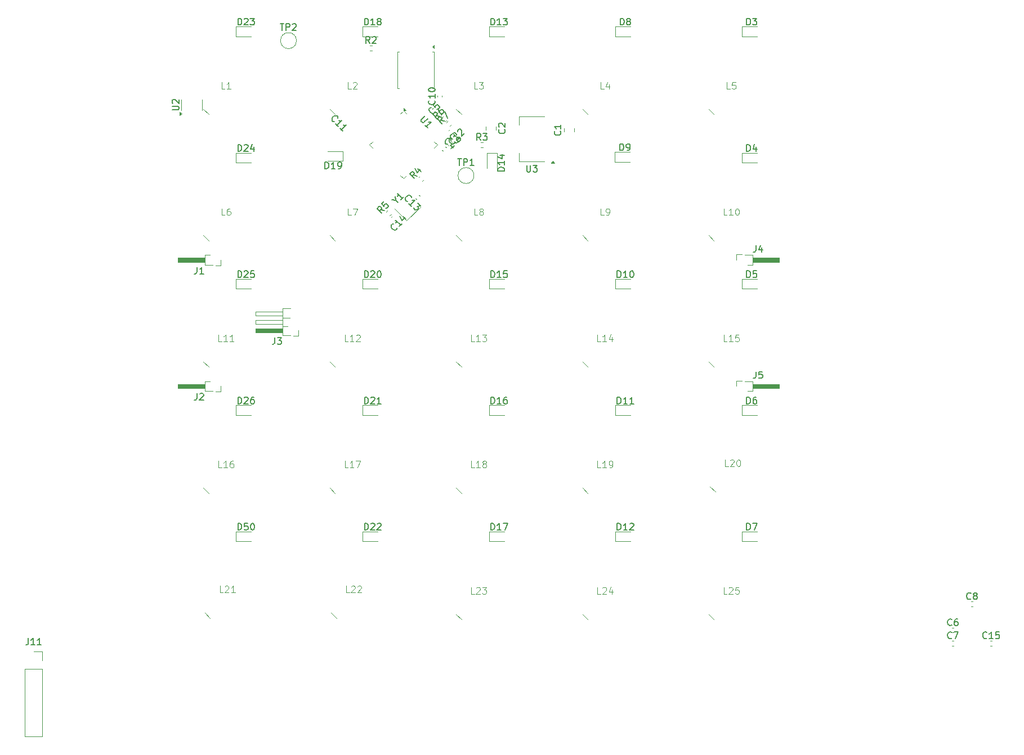
<source format=gbr>
%TF.GenerationSoftware,KiCad,Pcbnew,9.0.2*%
%TF.CreationDate,2026-01-24T20:07:03+01:00*%
%TF.ProjectId,Keymodule,4b65796d-6f64-4756-9c65-2e6b69636164,rev?*%
%TF.SameCoordinates,Original*%
%TF.FileFunction,Legend,Top*%
%TF.FilePolarity,Positive*%
%FSLAX46Y46*%
G04 Gerber Fmt 4.6, Leading zero omitted, Abs format (unit mm)*
G04 Created by KiCad (PCBNEW 9.0.2) date 2026-01-24 20:07:03*
%MOMM*%
%LPD*%
G01*
G04 APERTURE LIST*
%ADD10C,0.150000*%
%ADD11C,0.100000*%
%ADD12C,0.120000*%
G04 APERTURE END LIST*
D10*
X101835714Y-112144819D02*
X101835714Y-111144819D01*
X101835714Y-111144819D02*
X102073809Y-111144819D01*
X102073809Y-111144819D02*
X102216666Y-111192438D01*
X102216666Y-111192438D02*
X102311904Y-111287676D01*
X102311904Y-111287676D02*
X102359523Y-111382914D01*
X102359523Y-111382914D02*
X102407142Y-111573390D01*
X102407142Y-111573390D02*
X102407142Y-111716247D01*
X102407142Y-111716247D02*
X102359523Y-111906723D01*
X102359523Y-111906723D02*
X102311904Y-112001961D01*
X102311904Y-112001961D02*
X102216666Y-112097200D01*
X102216666Y-112097200D02*
X102073809Y-112144819D01*
X102073809Y-112144819D02*
X101835714Y-112144819D01*
X103359523Y-112144819D02*
X102788095Y-112144819D01*
X103073809Y-112144819D02*
X103073809Y-111144819D01*
X103073809Y-111144819D02*
X102978571Y-111287676D01*
X102978571Y-111287676D02*
X102883333Y-111382914D01*
X102883333Y-111382914D02*
X102788095Y-111430533D01*
X104216666Y-111144819D02*
X104026190Y-111144819D01*
X104026190Y-111144819D02*
X103930952Y-111192438D01*
X103930952Y-111192438D02*
X103883333Y-111240057D01*
X103883333Y-111240057D02*
X103788095Y-111382914D01*
X103788095Y-111382914D02*
X103740476Y-111573390D01*
X103740476Y-111573390D02*
X103740476Y-111954342D01*
X103740476Y-111954342D02*
X103788095Y-112049580D01*
X103788095Y-112049580D02*
X103835714Y-112097200D01*
X103835714Y-112097200D02*
X103930952Y-112144819D01*
X103930952Y-112144819D02*
X104121428Y-112144819D01*
X104121428Y-112144819D02*
X104216666Y-112097200D01*
X104216666Y-112097200D02*
X104264285Y-112049580D01*
X104264285Y-112049580D02*
X104311904Y-111954342D01*
X104311904Y-111954342D02*
X104311904Y-111716247D01*
X104311904Y-111716247D02*
X104264285Y-111621009D01*
X104264285Y-111621009D02*
X104216666Y-111573390D01*
X104216666Y-111573390D02*
X104121428Y-111525771D01*
X104121428Y-111525771D02*
X103930952Y-111525771D01*
X103930952Y-111525771D02*
X103835714Y-111573390D01*
X103835714Y-111573390D02*
X103788095Y-111621009D01*
X103788095Y-111621009D02*
X103740476Y-111716247D01*
D11*
X99833333Y-64757419D02*
X99357143Y-64757419D01*
X99357143Y-64757419D02*
X99357143Y-63757419D01*
X100071429Y-63757419D02*
X100690476Y-63757419D01*
X100690476Y-63757419D02*
X100357143Y-64138371D01*
X100357143Y-64138371D02*
X100500000Y-64138371D01*
X100500000Y-64138371D02*
X100595238Y-64185990D01*
X100595238Y-64185990D02*
X100642857Y-64233609D01*
X100642857Y-64233609D02*
X100690476Y-64328847D01*
X100690476Y-64328847D02*
X100690476Y-64566942D01*
X100690476Y-64566942D02*
X100642857Y-64662180D01*
X100642857Y-64662180D02*
X100595238Y-64709800D01*
X100595238Y-64709800D02*
X100500000Y-64757419D01*
X100500000Y-64757419D02*
X100214286Y-64757419D01*
X100214286Y-64757419D02*
X100119048Y-64709800D01*
X100119048Y-64709800D02*
X100071429Y-64662180D01*
D10*
X101835714Y-131144819D02*
X101835714Y-130144819D01*
X101835714Y-130144819D02*
X102073809Y-130144819D01*
X102073809Y-130144819D02*
X102216666Y-130192438D01*
X102216666Y-130192438D02*
X102311904Y-130287676D01*
X102311904Y-130287676D02*
X102359523Y-130382914D01*
X102359523Y-130382914D02*
X102407142Y-130573390D01*
X102407142Y-130573390D02*
X102407142Y-130716247D01*
X102407142Y-130716247D02*
X102359523Y-130906723D01*
X102359523Y-130906723D02*
X102311904Y-131001961D01*
X102311904Y-131001961D02*
X102216666Y-131097200D01*
X102216666Y-131097200D02*
X102073809Y-131144819D01*
X102073809Y-131144819D02*
X101835714Y-131144819D01*
X103359523Y-131144819D02*
X102788095Y-131144819D01*
X103073809Y-131144819D02*
X103073809Y-130144819D01*
X103073809Y-130144819D02*
X102978571Y-130287676D01*
X102978571Y-130287676D02*
X102883333Y-130382914D01*
X102883333Y-130382914D02*
X102788095Y-130430533D01*
X103692857Y-130144819D02*
X104359523Y-130144819D01*
X104359523Y-130144819D02*
X103930952Y-131144819D01*
X53904819Y-67924404D02*
X54714342Y-67924404D01*
X54714342Y-67924404D02*
X54809580Y-67876785D01*
X54809580Y-67876785D02*
X54857200Y-67829166D01*
X54857200Y-67829166D02*
X54904819Y-67733928D01*
X54904819Y-67733928D02*
X54904819Y-67543452D01*
X54904819Y-67543452D02*
X54857200Y-67448214D01*
X54857200Y-67448214D02*
X54809580Y-67400595D01*
X54809580Y-67400595D02*
X54714342Y-67352976D01*
X54714342Y-67352976D02*
X53904819Y-67352976D01*
X54000057Y-66924404D02*
X53952438Y-66876785D01*
X53952438Y-66876785D02*
X53904819Y-66781547D01*
X53904819Y-66781547D02*
X53904819Y-66543452D01*
X53904819Y-66543452D02*
X53952438Y-66448214D01*
X53952438Y-66448214D02*
X54000057Y-66400595D01*
X54000057Y-66400595D02*
X54095295Y-66352976D01*
X54095295Y-66352976D02*
X54190533Y-66352976D01*
X54190533Y-66352976D02*
X54333390Y-66400595D01*
X54333390Y-66400595D02*
X54904819Y-66972023D01*
X54904819Y-66972023D02*
X54904819Y-66352976D01*
X89297271Y-81674353D02*
X89229927Y-81674353D01*
X89229927Y-81674353D02*
X89095240Y-81607009D01*
X89095240Y-81607009D02*
X89027897Y-81539666D01*
X89027897Y-81539666D02*
X88960553Y-81404979D01*
X88960553Y-81404979D02*
X88960553Y-81270292D01*
X88960553Y-81270292D02*
X88994225Y-81169277D01*
X88994225Y-81169277D02*
X89095240Y-81000918D01*
X89095240Y-81000918D02*
X89196255Y-80899903D01*
X89196255Y-80899903D02*
X89364614Y-80798887D01*
X89364614Y-80798887D02*
X89465629Y-80765216D01*
X89465629Y-80765216D02*
X89600316Y-80765216D01*
X89600316Y-80765216D02*
X89735003Y-80832559D01*
X89735003Y-80832559D02*
X89802347Y-80899903D01*
X89802347Y-80899903D02*
X89869690Y-81034590D01*
X89869690Y-81034590D02*
X89869690Y-81101933D01*
X89903362Y-82415131D02*
X89499301Y-82011070D01*
X89701332Y-82213101D02*
X90408438Y-81505994D01*
X90408438Y-81505994D02*
X90240080Y-81539666D01*
X90240080Y-81539666D02*
X90105393Y-81539666D01*
X90105393Y-81539666D02*
X90004377Y-81505994D01*
X90846171Y-81943727D02*
X91283904Y-82381460D01*
X91283904Y-82381460D02*
X90778828Y-82415132D01*
X90778828Y-82415132D02*
X90879843Y-82516147D01*
X90879843Y-82516147D02*
X90913515Y-82617162D01*
X90913515Y-82617162D02*
X90913515Y-82684506D01*
X90913515Y-82684506D02*
X90879843Y-82785521D01*
X90879843Y-82785521D02*
X90711484Y-82953880D01*
X90711484Y-82953880D02*
X90610469Y-82987551D01*
X90610469Y-82987551D02*
X90543126Y-82987551D01*
X90543126Y-82987551D02*
X90442110Y-82953880D01*
X90442110Y-82953880D02*
X90240080Y-82751849D01*
X90240080Y-82751849D02*
X90206408Y-82650834D01*
X90206408Y-82650834D02*
X90206408Y-82583490D01*
X82835714Y-112144819D02*
X82835714Y-111144819D01*
X82835714Y-111144819D02*
X83073809Y-111144819D01*
X83073809Y-111144819D02*
X83216666Y-111192438D01*
X83216666Y-111192438D02*
X83311904Y-111287676D01*
X83311904Y-111287676D02*
X83359523Y-111382914D01*
X83359523Y-111382914D02*
X83407142Y-111573390D01*
X83407142Y-111573390D02*
X83407142Y-111716247D01*
X83407142Y-111716247D02*
X83359523Y-111906723D01*
X83359523Y-111906723D02*
X83311904Y-112001961D01*
X83311904Y-112001961D02*
X83216666Y-112097200D01*
X83216666Y-112097200D02*
X83073809Y-112144819D01*
X83073809Y-112144819D02*
X82835714Y-112144819D01*
X83788095Y-111240057D02*
X83835714Y-111192438D01*
X83835714Y-111192438D02*
X83930952Y-111144819D01*
X83930952Y-111144819D02*
X84169047Y-111144819D01*
X84169047Y-111144819D02*
X84264285Y-111192438D01*
X84264285Y-111192438D02*
X84311904Y-111240057D01*
X84311904Y-111240057D02*
X84359523Y-111335295D01*
X84359523Y-111335295D02*
X84359523Y-111430533D01*
X84359523Y-111430533D02*
X84311904Y-111573390D01*
X84311904Y-111573390D02*
X83740476Y-112144819D01*
X83740476Y-112144819D02*
X84359523Y-112144819D01*
X85311904Y-112144819D02*
X84740476Y-112144819D01*
X85026190Y-112144819D02*
X85026190Y-111144819D01*
X85026190Y-111144819D02*
X84930952Y-111287676D01*
X84930952Y-111287676D02*
X84835714Y-111382914D01*
X84835714Y-111382914D02*
X84740476Y-111430533D01*
D11*
X61357142Y-102757419D02*
X60880952Y-102757419D01*
X60880952Y-102757419D02*
X60880952Y-101757419D01*
X62214285Y-102757419D02*
X61642857Y-102757419D01*
X61928571Y-102757419D02*
X61928571Y-101757419D01*
X61928571Y-101757419D02*
X61833333Y-101900276D01*
X61833333Y-101900276D02*
X61738095Y-101995514D01*
X61738095Y-101995514D02*
X61642857Y-102043133D01*
X63166666Y-102757419D02*
X62595238Y-102757419D01*
X62880952Y-102757419D02*
X62880952Y-101757419D01*
X62880952Y-101757419D02*
X62785714Y-101900276D01*
X62785714Y-101900276D02*
X62690476Y-101995514D01*
X62690476Y-101995514D02*
X62595238Y-102043133D01*
D10*
X69334166Y-102189819D02*
X69334166Y-102904104D01*
X69334166Y-102904104D02*
X69286547Y-103046961D01*
X69286547Y-103046961D02*
X69191309Y-103142200D01*
X69191309Y-103142200D02*
X69048452Y-103189819D01*
X69048452Y-103189819D02*
X68953214Y-103189819D01*
X69715119Y-102189819D02*
X70334166Y-102189819D01*
X70334166Y-102189819D02*
X70000833Y-102570771D01*
X70000833Y-102570771D02*
X70143690Y-102570771D01*
X70143690Y-102570771D02*
X70238928Y-102618390D01*
X70238928Y-102618390D02*
X70286547Y-102666009D01*
X70286547Y-102666009D02*
X70334166Y-102761247D01*
X70334166Y-102761247D02*
X70334166Y-102999342D01*
X70334166Y-102999342D02*
X70286547Y-103094580D01*
X70286547Y-103094580D02*
X70238928Y-103142200D01*
X70238928Y-103142200D02*
X70143690Y-103189819D01*
X70143690Y-103189819D02*
X69857976Y-103189819D01*
X69857976Y-103189819D02*
X69762738Y-103142200D01*
X69762738Y-103142200D02*
X69715119Y-103094580D01*
X141699166Y-107319819D02*
X141699166Y-108034104D01*
X141699166Y-108034104D02*
X141651547Y-108176961D01*
X141651547Y-108176961D02*
X141556309Y-108272200D01*
X141556309Y-108272200D02*
X141413452Y-108319819D01*
X141413452Y-108319819D02*
X141318214Y-108319819D01*
X142651547Y-107319819D02*
X142175357Y-107319819D01*
X142175357Y-107319819D02*
X142127738Y-107796009D01*
X142127738Y-107796009D02*
X142175357Y-107748390D01*
X142175357Y-107748390D02*
X142270595Y-107700771D01*
X142270595Y-107700771D02*
X142508690Y-107700771D01*
X142508690Y-107700771D02*
X142603928Y-107748390D01*
X142603928Y-107748390D02*
X142651547Y-107796009D01*
X142651547Y-107796009D02*
X142699166Y-107891247D01*
X142699166Y-107891247D02*
X142699166Y-108129342D01*
X142699166Y-108129342D02*
X142651547Y-108224580D01*
X142651547Y-108224580D02*
X142603928Y-108272200D01*
X142603928Y-108272200D02*
X142508690Y-108319819D01*
X142508690Y-108319819D02*
X142270595Y-108319819D01*
X142270595Y-108319819D02*
X142175357Y-108272200D01*
X142175357Y-108272200D02*
X142127738Y-108224580D01*
X91941450Y-68815368D02*
X91369030Y-69387788D01*
X91369030Y-69387788D02*
X91335358Y-69488803D01*
X91335358Y-69488803D02*
X91335358Y-69556147D01*
X91335358Y-69556147D02*
X91369030Y-69657162D01*
X91369030Y-69657162D02*
X91503717Y-69791849D01*
X91503717Y-69791849D02*
X91604732Y-69825521D01*
X91604732Y-69825521D02*
X91672076Y-69825521D01*
X91672076Y-69825521D02*
X91773091Y-69791849D01*
X91773091Y-69791849D02*
X92345511Y-69219429D01*
X92345511Y-70633643D02*
X91941450Y-70229582D01*
X92143480Y-70431612D02*
X92850587Y-69724506D01*
X92850587Y-69724506D02*
X92682228Y-69758177D01*
X92682228Y-69758177D02*
X92547541Y-69758177D01*
X92547541Y-69758177D02*
X92446526Y-69724506D01*
X63785714Y-112144819D02*
X63785714Y-111144819D01*
X63785714Y-111144819D02*
X64023809Y-111144819D01*
X64023809Y-111144819D02*
X64166666Y-111192438D01*
X64166666Y-111192438D02*
X64261904Y-111287676D01*
X64261904Y-111287676D02*
X64309523Y-111382914D01*
X64309523Y-111382914D02*
X64357142Y-111573390D01*
X64357142Y-111573390D02*
X64357142Y-111716247D01*
X64357142Y-111716247D02*
X64309523Y-111906723D01*
X64309523Y-111906723D02*
X64261904Y-112001961D01*
X64261904Y-112001961D02*
X64166666Y-112097200D01*
X64166666Y-112097200D02*
X64023809Y-112144819D01*
X64023809Y-112144819D02*
X63785714Y-112144819D01*
X64738095Y-111240057D02*
X64785714Y-111192438D01*
X64785714Y-111192438D02*
X64880952Y-111144819D01*
X64880952Y-111144819D02*
X65119047Y-111144819D01*
X65119047Y-111144819D02*
X65214285Y-111192438D01*
X65214285Y-111192438D02*
X65261904Y-111240057D01*
X65261904Y-111240057D02*
X65309523Y-111335295D01*
X65309523Y-111335295D02*
X65309523Y-111430533D01*
X65309523Y-111430533D02*
X65261904Y-111573390D01*
X65261904Y-111573390D02*
X64690476Y-112144819D01*
X64690476Y-112144819D02*
X65309523Y-112144819D01*
X66166666Y-111144819D02*
X65976190Y-111144819D01*
X65976190Y-111144819D02*
X65880952Y-111192438D01*
X65880952Y-111192438D02*
X65833333Y-111240057D01*
X65833333Y-111240057D02*
X65738095Y-111382914D01*
X65738095Y-111382914D02*
X65690476Y-111573390D01*
X65690476Y-111573390D02*
X65690476Y-111954342D01*
X65690476Y-111954342D02*
X65738095Y-112049580D01*
X65738095Y-112049580D02*
X65785714Y-112097200D01*
X65785714Y-112097200D02*
X65880952Y-112144819D01*
X65880952Y-112144819D02*
X66071428Y-112144819D01*
X66071428Y-112144819D02*
X66166666Y-112097200D01*
X66166666Y-112097200D02*
X66214285Y-112049580D01*
X66214285Y-112049580D02*
X66261904Y-111954342D01*
X66261904Y-111954342D02*
X66261904Y-111716247D01*
X66261904Y-111716247D02*
X66214285Y-111621009D01*
X66214285Y-111621009D02*
X66166666Y-111573390D01*
X66166666Y-111573390D02*
X66071428Y-111525771D01*
X66071428Y-111525771D02*
X65880952Y-111525771D01*
X65880952Y-111525771D02*
X65785714Y-111573390D01*
X65785714Y-111573390D02*
X65738095Y-111621009D01*
X65738095Y-111621009D02*
X65690476Y-111716247D01*
X78273322Y-69699693D02*
X78205978Y-69699693D01*
X78205978Y-69699693D02*
X78071291Y-69632349D01*
X78071291Y-69632349D02*
X78003948Y-69565006D01*
X78003948Y-69565006D02*
X77936604Y-69430319D01*
X77936604Y-69430319D02*
X77936604Y-69295632D01*
X77936604Y-69295632D02*
X77970276Y-69194617D01*
X77970276Y-69194617D02*
X78071291Y-69026258D01*
X78071291Y-69026258D02*
X78172306Y-68925243D01*
X78172306Y-68925243D02*
X78340665Y-68824227D01*
X78340665Y-68824227D02*
X78441680Y-68790556D01*
X78441680Y-68790556D02*
X78576367Y-68790556D01*
X78576367Y-68790556D02*
X78711054Y-68857899D01*
X78711054Y-68857899D02*
X78778398Y-68925243D01*
X78778398Y-68925243D02*
X78845741Y-69059930D01*
X78845741Y-69059930D02*
X78845741Y-69127273D01*
X78879413Y-70440471D02*
X78475352Y-70036410D01*
X78677383Y-70238441D02*
X79384489Y-69531334D01*
X79384489Y-69531334D02*
X79216131Y-69565006D01*
X79216131Y-69565006D02*
X79081444Y-69565006D01*
X79081444Y-69565006D02*
X78980428Y-69531334D01*
X79552848Y-71113907D02*
X79148787Y-70709846D01*
X79350818Y-70911876D02*
X80057925Y-70204769D01*
X80057925Y-70204769D02*
X79889566Y-70238441D01*
X79889566Y-70238441D02*
X79754879Y-70238441D01*
X79754879Y-70238441D02*
X79653864Y-70204769D01*
D11*
X118357142Y-121757419D02*
X117880952Y-121757419D01*
X117880952Y-121757419D02*
X117880952Y-120757419D01*
X119214285Y-121757419D02*
X118642857Y-121757419D01*
X118928571Y-121757419D02*
X118928571Y-120757419D01*
X118928571Y-120757419D02*
X118833333Y-120900276D01*
X118833333Y-120900276D02*
X118738095Y-120995514D01*
X118738095Y-120995514D02*
X118642857Y-121043133D01*
X119690476Y-121757419D02*
X119880952Y-121757419D01*
X119880952Y-121757419D02*
X119976190Y-121709800D01*
X119976190Y-121709800D02*
X120023809Y-121662180D01*
X120023809Y-121662180D02*
X120119047Y-121519323D01*
X120119047Y-121519323D02*
X120166666Y-121328847D01*
X120166666Y-121328847D02*
X120166666Y-120947895D01*
X120166666Y-120947895D02*
X120119047Y-120852657D01*
X120119047Y-120852657D02*
X120071428Y-120805038D01*
X120071428Y-120805038D02*
X119976190Y-120757419D01*
X119976190Y-120757419D02*
X119785714Y-120757419D01*
X119785714Y-120757419D02*
X119690476Y-120805038D01*
X119690476Y-120805038D02*
X119642857Y-120852657D01*
X119642857Y-120852657D02*
X119595238Y-120947895D01*
X119595238Y-120947895D02*
X119595238Y-121185990D01*
X119595238Y-121185990D02*
X119642857Y-121281228D01*
X119642857Y-121281228D02*
X119690476Y-121328847D01*
X119690476Y-121328847D02*
X119785714Y-121376466D01*
X119785714Y-121376466D02*
X119976190Y-121376466D01*
X119976190Y-121376466D02*
X120071428Y-121328847D01*
X120071428Y-121328847D02*
X120119047Y-121281228D01*
X120119047Y-121281228D02*
X120166666Y-121185990D01*
D10*
X101835714Y-55144819D02*
X101835714Y-54144819D01*
X101835714Y-54144819D02*
X102073809Y-54144819D01*
X102073809Y-54144819D02*
X102216666Y-54192438D01*
X102216666Y-54192438D02*
X102311904Y-54287676D01*
X102311904Y-54287676D02*
X102359523Y-54382914D01*
X102359523Y-54382914D02*
X102407142Y-54573390D01*
X102407142Y-54573390D02*
X102407142Y-54716247D01*
X102407142Y-54716247D02*
X102359523Y-54906723D01*
X102359523Y-54906723D02*
X102311904Y-55001961D01*
X102311904Y-55001961D02*
X102216666Y-55097200D01*
X102216666Y-55097200D02*
X102073809Y-55144819D01*
X102073809Y-55144819D02*
X101835714Y-55144819D01*
X103359523Y-55144819D02*
X102788095Y-55144819D01*
X103073809Y-55144819D02*
X103073809Y-54144819D01*
X103073809Y-54144819D02*
X102978571Y-54287676D01*
X102978571Y-54287676D02*
X102883333Y-54382914D01*
X102883333Y-54382914D02*
X102788095Y-54430533D01*
X103692857Y-54144819D02*
X104311904Y-54144819D01*
X104311904Y-54144819D02*
X103978571Y-54525771D01*
X103978571Y-54525771D02*
X104121428Y-54525771D01*
X104121428Y-54525771D02*
X104216666Y-54573390D01*
X104216666Y-54573390D02*
X104264285Y-54621009D01*
X104264285Y-54621009D02*
X104311904Y-54716247D01*
X104311904Y-54716247D02*
X104311904Y-54954342D01*
X104311904Y-54954342D02*
X104264285Y-55049580D01*
X104264285Y-55049580D02*
X104216666Y-55097200D01*
X104216666Y-55097200D02*
X104121428Y-55144819D01*
X104121428Y-55144819D02*
X103835714Y-55144819D01*
X103835714Y-55144819D02*
X103740476Y-55097200D01*
X103740476Y-55097200D02*
X103692857Y-55049580D01*
X140311905Y-93144819D02*
X140311905Y-92144819D01*
X140311905Y-92144819D02*
X140550000Y-92144819D01*
X140550000Y-92144819D02*
X140692857Y-92192438D01*
X140692857Y-92192438D02*
X140788095Y-92287676D01*
X140788095Y-92287676D02*
X140835714Y-92382914D01*
X140835714Y-92382914D02*
X140883333Y-92573390D01*
X140883333Y-92573390D02*
X140883333Y-92716247D01*
X140883333Y-92716247D02*
X140835714Y-92906723D01*
X140835714Y-92906723D02*
X140788095Y-93001961D01*
X140788095Y-93001961D02*
X140692857Y-93097200D01*
X140692857Y-93097200D02*
X140550000Y-93144819D01*
X140550000Y-93144819D02*
X140311905Y-93144819D01*
X141788095Y-92144819D02*
X141311905Y-92144819D01*
X141311905Y-92144819D02*
X141264286Y-92621009D01*
X141264286Y-92621009D02*
X141311905Y-92573390D01*
X141311905Y-92573390D02*
X141407143Y-92525771D01*
X141407143Y-92525771D02*
X141645238Y-92525771D01*
X141645238Y-92525771D02*
X141740476Y-92573390D01*
X141740476Y-92573390D02*
X141788095Y-92621009D01*
X141788095Y-92621009D02*
X141835714Y-92716247D01*
X141835714Y-92716247D02*
X141835714Y-92954342D01*
X141835714Y-92954342D02*
X141788095Y-93049580D01*
X141788095Y-93049580D02*
X141740476Y-93097200D01*
X141740476Y-93097200D02*
X141645238Y-93144819D01*
X141645238Y-93144819D02*
X141407143Y-93144819D01*
X141407143Y-93144819D02*
X141311905Y-93097200D01*
X141311905Y-93097200D02*
X141264286Y-93049580D01*
X140311905Y-131144819D02*
X140311905Y-130144819D01*
X140311905Y-130144819D02*
X140550000Y-130144819D01*
X140550000Y-130144819D02*
X140692857Y-130192438D01*
X140692857Y-130192438D02*
X140788095Y-130287676D01*
X140788095Y-130287676D02*
X140835714Y-130382914D01*
X140835714Y-130382914D02*
X140883333Y-130573390D01*
X140883333Y-130573390D02*
X140883333Y-130716247D01*
X140883333Y-130716247D02*
X140835714Y-130906723D01*
X140835714Y-130906723D02*
X140788095Y-131001961D01*
X140788095Y-131001961D02*
X140692857Y-131097200D01*
X140692857Y-131097200D02*
X140550000Y-131144819D01*
X140550000Y-131144819D02*
X140311905Y-131144819D01*
X141216667Y-130144819D02*
X141883333Y-130144819D01*
X141883333Y-130144819D02*
X141454762Y-131144819D01*
X107238095Y-76254819D02*
X107238095Y-77064342D01*
X107238095Y-77064342D02*
X107285714Y-77159580D01*
X107285714Y-77159580D02*
X107333333Y-77207200D01*
X107333333Y-77207200D02*
X107428571Y-77254819D01*
X107428571Y-77254819D02*
X107619047Y-77254819D01*
X107619047Y-77254819D02*
X107714285Y-77207200D01*
X107714285Y-77207200D02*
X107761904Y-77159580D01*
X107761904Y-77159580D02*
X107809523Y-77064342D01*
X107809523Y-77064342D02*
X107809523Y-76254819D01*
X108190476Y-76254819D02*
X108809523Y-76254819D01*
X108809523Y-76254819D02*
X108476190Y-76635771D01*
X108476190Y-76635771D02*
X108619047Y-76635771D01*
X108619047Y-76635771D02*
X108714285Y-76683390D01*
X108714285Y-76683390D02*
X108761904Y-76731009D01*
X108761904Y-76731009D02*
X108809523Y-76826247D01*
X108809523Y-76826247D02*
X108809523Y-77064342D01*
X108809523Y-77064342D02*
X108761904Y-77159580D01*
X108761904Y-77159580D02*
X108714285Y-77207200D01*
X108714285Y-77207200D02*
X108619047Y-77254819D01*
X108619047Y-77254819D02*
X108333333Y-77254819D01*
X108333333Y-77254819D02*
X108238095Y-77207200D01*
X108238095Y-77207200D02*
X108190476Y-77159580D01*
D11*
X80833333Y-83757419D02*
X80357143Y-83757419D01*
X80357143Y-83757419D02*
X80357143Y-82757419D01*
X81071429Y-82757419D02*
X81738095Y-82757419D01*
X81738095Y-82757419D02*
X81309524Y-83757419D01*
X118357142Y-140757419D02*
X117880952Y-140757419D01*
X117880952Y-140757419D02*
X117880952Y-139757419D01*
X118642857Y-139852657D02*
X118690476Y-139805038D01*
X118690476Y-139805038D02*
X118785714Y-139757419D01*
X118785714Y-139757419D02*
X119023809Y-139757419D01*
X119023809Y-139757419D02*
X119119047Y-139805038D01*
X119119047Y-139805038D02*
X119166666Y-139852657D01*
X119166666Y-139852657D02*
X119214285Y-139947895D01*
X119214285Y-139947895D02*
X119214285Y-140043133D01*
X119214285Y-140043133D02*
X119166666Y-140185990D01*
X119166666Y-140185990D02*
X118595238Y-140757419D01*
X118595238Y-140757419D02*
X119214285Y-140757419D01*
X120071428Y-140090752D02*
X120071428Y-140757419D01*
X119833333Y-139709800D02*
X119595238Y-140424085D01*
X119595238Y-140424085D02*
X120214285Y-140424085D01*
D10*
X82835714Y-93144819D02*
X82835714Y-92144819D01*
X82835714Y-92144819D02*
X83073809Y-92144819D01*
X83073809Y-92144819D02*
X83216666Y-92192438D01*
X83216666Y-92192438D02*
X83311904Y-92287676D01*
X83311904Y-92287676D02*
X83359523Y-92382914D01*
X83359523Y-92382914D02*
X83407142Y-92573390D01*
X83407142Y-92573390D02*
X83407142Y-92716247D01*
X83407142Y-92716247D02*
X83359523Y-92906723D01*
X83359523Y-92906723D02*
X83311904Y-93001961D01*
X83311904Y-93001961D02*
X83216666Y-93097200D01*
X83216666Y-93097200D02*
X83073809Y-93144819D01*
X83073809Y-93144819D02*
X82835714Y-93144819D01*
X83788095Y-92240057D02*
X83835714Y-92192438D01*
X83835714Y-92192438D02*
X83930952Y-92144819D01*
X83930952Y-92144819D02*
X84169047Y-92144819D01*
X84169047Y-92144819D02*
X84264285Y-92192438D01*
X84264285Y-92192438D02*
X84311904Y-92240057D01*
X84311904Y-92240057D02*
X84359523Y-92335295D01*
X84359523Y-92335295D02*
X84359523Y-92430533D01*
X84359523Y-92430533D02*
X84311904Y-92573390D01*
X84311904Y-92573390D02*
X83740476Y-93144819D01*
X83740476Y-93144819D02*
X84359523Y-93144819D01*
X84978571Y-92144819D02*
X85073809Y-92144819D01*
X85073809Y-92144819D02*
X85169047Y-92192438D01*
X85169047Y-92192438D02*
X85216666Y-92240057D01*
X85216666Y-92240057D02*
X85264285Y-92335295D01*
X85264285Y-92335295D02*
X85311904Y-92525771D01*
X85311904Y-92525771D02*
X85311904Y-92763866D01*
X85311904Y-92763866D02*
X85264285Y-92954342D01*
X85264285Y-92954342D02*
X85216666Y-93049580D01*
X85216666Y-93049580D02*
X85169047Y-93097200D01*
X85169047Y-93097200D02*
X85073809Y-93144819D01*
X85073809Y-93144819D02*
X84978571Y-93144819D01*
X84978571Y-93144819D02*
X84883333Y-93097200D01*
X84883333Y-93097200D02*
X84835714Y-93049580D01*
X84835714Y-93049580D02*
X84788095Y-92954342D01*
X84788095Y-92954342D02*
X84740476Y-92763866D01*
X84740476Y-92763866D02*
X84740476Y-92525771D01*
X84740476Y-92525771D02*
X84788095Y-92335295D01*
X84788095Y-92335295D02*
X84835714Y-92240057D01*
X84835714Y-92240057D02*
X84883333Y-92192438D01*
X84883333Y-92192438D02*
X84978571Y-92144819D01*
D11*
X118357142Y-102757419D02*
X117880952Y-102757419D01*
X117880952Y-102757419D02*
X117880952Y-101757419D01*
X119214285Y-102757419D02*
X118642857Y-102757419D01*
X118928571Y-102757419D02*
X118928571Y-101757419D01*
X118928571Y-101757419D02*
X118833333Y-101900276D01*
X118833333Y-101900276D02*
X118738095Y-101995514D01*
X118738095Y-101995514D02*
X118642857Y-102043133D01*
X120071428Y-102090752D02*
X120071428Y-102757419D01*
X119833333Y-101709800D02*
X119595238Y-102424085D01*
X119595238Y-102424085D02*
X120214285Y-102424085D01*
X137557142Y-121557419D02*
X137080952Y-121557419D01*
X137080952Y-121557419D02*
X137080952Y-120557419D01*
X137842857Y-120652657D02*
X137890476Y-120605038D01*
X137890476Y-120605038D02*
X137985714Y-120557419D01*
X137985714Y-120557419D02*
X138223809Y-120557419D01*
X138223809Y-120557419D02*
X138319047Y-120605038D01*
X138319047Y-120605038D02*
X138366666Y-120652657D01*
X138366666Y-120652657D02*
X138414285Y-120747895D01*
X138414285Y-120747895D02*
X138414285Y-120843133D01*
X138414285Y-120843133D02*
X138366666Y-120985990D01*
X138366666Y-120985990D02*
X137795238Y-121557419D01*
X137795238Y-121557419D02*
X138414285Y-121557419D01*
X139033333Y-120557419D02*
X139128571Y-120557419D01*
X139128571Y-120557419D02*
X139223809Y-120605038D01*
X139223809Y-120605038D02*
X139271428Y-120652657D01*
X139271428Y-120652657D02*
X139319047Y-120747895D01*
X139319047Y-120747895D02*
X139366666Y-120938371D01*
X139366666Y-120938371D02*
X139366666Y-121176466D01*
X139366666Y-121176466D02*
X139319047Y-121366942D01*
X139319047Y-121366942D02*
X139271428Y-121462180D01*
X139271428Y-121462180D02*
X139223809Y-121509800D01*
X139223809Y-121509800D02*
X139128571Y-121557419D01*
X139128571Y-121557419D02*
X139033333Y-121557419D01*
X139033333Y-121557419D02*
X138938095Y-121509800D01*
X138938095Y-121509800D02*
X138890476Y-121462180D01*
X138890476Y-121462180D02*
X138842857Y-121366942D01*
X138842857Y-121366942D02*
X138795238Y-121176466D01*
X138795238Y-121176466D02*
X138795238Y-120938371D01*
X138795238Y-120938371D02*
X138842857Y-120747895D01*
X138842857Y-120747895D02*
X138890476Y-120652657D01*
X138890476Y-120652657D02*
X138938095Y-120605038D01*
X138938095Y-120605038D02*
X139033333Y-120557419D01*
D10*
X103884819Y-77126785D02*
X102884819Y-77126785D01*
X102884819Y-77126785D02*
X102884819Y-76888690D01*
X102884819Y-76888690D02*
X102932438Y-76745833D01*
X102932438Y-76745833D02*
X103027676Y-76650595D01*
X103027676Y-76650595D02*
X103122914Y-76602976D01*
X103122914Y-76602976D02*
X103313390Y-76555357D01*
X103313390Y-76555357D02*
X103456247Y-76555357D01*
X103456247Y-76555357D02*
X103646723Y-76602976D01*
X103646723Y-76602976D02*
X103741961Y-76650595D01*
X103741961Y-76650595D02*
X103837200Y-76745833D01*
X103837200Y-76745833D02*
X103884819Y-76888690D01*
X103884819Y-76888690D02*
X103884819Y-77126785D01*
X103884819Y-75602976D02*
X103884819Y-76174404D01*
X103884819Y-75888690D02*
X102884819Y-75888690D01*
X102884819Y-75888690D02*
X103027676Y-75983928D01*
X103027676Y-75983928D02*
X103122914Y-76079166D01*
X103122914Y-76079166D02*
X103170533Y-76174404D01*
X103218152Y-74745833D02*
X103884819Y-74745833D01*
X102837200Y-74983928D02*
X103551485Y-75222023D01*
X103551485Y-75222023D02*
X103551485Y-74602976D01*
X140311905Y-55144819D02*
X140311905Y-54144819D01*
X140311905Y-54144819D02*
X140550000Y-54144819D01*
X140550000Y-54144819D02*
X140692857Y-54192438D01*
X140692857Y-54192438D02*
X140788095Y-54287676D01*
X140788095Y-54287676D02*
X140835714Y-54382914D01*
X140835714Y-54382914D02*
X140883333Y-54573390D01*
X140883333Y-54573390D02*
X140883333Y-54716247D01*
X140883333Y-54716247D02*
X140835714Y-54906723D01*
X140835714Y-54906723D02*
X140788095Y-55001961D01*
X140788095Y-55001961D02*
X140692857Y-55097200D01*
X140692857Y-55097200D02*
X140550000Y-55144819D01*
X140550000Y-55144819D02*
X140311905Y-55144819D01*
X141216667Y-54144819D02*
X141835714Y-54144819D01*
X141835714Y-54144819D02*
X141502381Y-54525771D01*
X141502381Y-54525771D02*
X141645238Y-54525771D01*
X141645238Y-54525771D02*
X141740476Y-54573390D01*
X141740476Y-54573390D02*
X141788095Y-54621009D01*
X141788095Y-54621009D02*
X141835714Y-54716247D01*
X141835714Y-54716247D02*
X141835714Y-54954342D01*
X141835714Y-54954342D02*
X141788095Y-55049580D01*
X141788095Y-55049580D02*
X141740476Y-55097200D01*
X141740476Y-55097200D02*
X141645238Y-55144819D01*
X141645238Y-55144819D02*
X141359524Y-55144819D01*
X141359524Y-55144819D02*
X141264286Y-55097200D01*
X141264286Y-55097200D02*
X141216667Y-55049580D01*
D11*
X99357142Y-102757419D02*
X98880952Y-102757419D01*
X98880952Y-102757419D02*
X98880952Y-101757419D01*
X100214285Y-102757419D02*
X99642857Y-102757419D01*
X99928571Y-102757419D02*
X99928571Y-101757419D01*
X99928571Y-101757419D02*
X99833333Y-101900276D01*
X99833333Y-101900276D02*
X99738095Y-101995514D01*
X99738095Y-101995514D02*
X99642857Y-102043133D01*
X100547619Y-101757419D02*
X101166666Y-101757419D01*
X101166666Y-101757419D02*
X100833333Y-102138371D01*
X100833333Y-102138371D02*
X100976190Y-102138371D01*
X100976190Y-102138371D02*
X101071428Y-102185990D01*
X101071428Y-102185990D02*
X101119047Y-102233609D01*
X101119047Y-102233609D02*
X101166666Y-102328847D01*
X101166666Y-102328847D02*
X101166666Y-102566942D01*
X101166666Y-102566942D02*
X101119047Y-102662180D01*
X101119047Y-102662180D02*
X101071428Y-102709800D01*
X101071428Y-102709800D02*
X100976190Y-102757419D01*
X100976190Y-102757419D02*
X100690476Y-102757419D01*
X100690476Y-102757419D02*
X100595238Y-102709800D01*
X100595238Y-102709800D02*
X100547619Y-102662180D01*
X137357142Y-102757419D02*
X136880952Y-102757419D01*
X136880952Y-102757419D02*
X136880952Y-101757419D01*
X138214285Y-102757419D02*
X137642857Y-102757419D01*
X137928571Y-102757419D02*
X137928571Y-101757419D01*
X137928571Y-101757419D02*
X137833333Y-101900276D01*
X137833333Y-101900276D02*
X137738095Y-101995514D01*
X137738095Y-101995514D02*
X137642857Y-102043133D01*
X139119047Y-101757419D02*
X138642857Y-101757419D01*
X138642857Y-101757419D02*
X138595238Y-102233609D01*
X138595238Y-102233609D02*
X138642857Y-102185990D01*
X138642857Y-102185990D02*
X138738095Y-102138371D01*
X138738095Y-102138371D02*
X138976190Y-102138371D01*
X138976190Y-102138371D02*
X139071428Y-102185990D01*
X139071428Y-102185990D02*
X139119047Y-102233609D01*
X139119047Y-102233609D02*
X139166666Y-102328847D01*
X139166666Y-102328847D02*
X139166666Y-102566942D01*
X139166666Y-102566942D02*
X139119047Y-102662180D01*
X139119047Y-102662180D02*
X139071428Y-102709800D01*
X139071428Y-102709800D02*
X138976190Y-102757419D01*
X138976190Y-102757419D02*
X138738095Y-102757419D01*
X138738095Y-102757419D02*
X138642857Y-102709800D01*
X138642857Y-102709800D02*
X138595238Y-102662180D01*
X118833333Y-64757419D02*
X118357143Y-64757419D01*
X118357143Y-64757419D02*
X118357143Y-63757419D01*
X119595238Y-64090752D02*
X119595238Y-64757419D01*
X119357143Y-63709800D02*
X119119048Y-64424085D01*
X119119048Y-64424085D02*
X119738095Y-64424085D01*
D10*
X96459897Y-72692059D02*
X96459897Y-72759403D01*
X96459897Y-72759403D02*
X96392553Y-72894090D01*
X96392553Y-72894090D02*
X96325210Y-72961433D01*
X96325210Y-72961433D02*
X96190523Y-73028777D01*
X96190523Y-73028777D02*
X96055836Y-73028777D01*
X96055836Y-73028777D02*
X95954821Y-72995105D01*
X95954821Y-72995105D02*
X95786462Y-72894090D01*
X95786462Y-72894090D02*
X95685447Y-72793075D01*
X95685447Y-72793075D02*
X95584431Y-72624716D01*
X95584431Y-72624716D02*
X95550760Y-72523701D01*
X95550760Y-72523701D02*
X95550760Y-72389014D01*
X95550760Y-72389014D02*
X95618103Y-72254327D01*
X95618103Y-72254327D02*
X95685447Y-72186983D01*
X95685447Y-72186983D02*
X95820134Y-72119640D01*
X95820134Y-72119640D02*
X95887477Y-72119640D01*
X97200675Y-72085968D02*
X96796614Y-72490029D01*
X96998645Y-72287998D02*
X96291538Y-71580892D01*
X96291538Y-71580892D02*
X96325210Y-71749250D01*
X96325210Y-71749250D02*
X96325210Y-71883937D01*
X96325210Y-71883937D02*
X96291538Y-71984953D01*
X96830286Y-71176830D02*
X96830286Y-71109487D01*
X96830286Y-71109487D02*
X96863958Y-71008472D01*
X96863958Y-71008472D02*
X97032317Y-70840113D01*
X97032317Y-70840113D02*
X97133332Y-70806441D01*
X97133332Y-70806441D02*
X97200676Y-70806441D01*
X97200676Y-70806441D02*
X97301691Y-70840113D01*
X97301691Y-70840113D02*
X97369034Y-70907456D01*
X97369034Y-70907456D02*
X97436378Y-71042143D01*
X97436378Y-71042143D02*
X97436378Y-71850265D01*
X97436378Y-71850265D02*
X97874111Y-71412533D01*
D11*
X99357142Y-121757419D02*
X98880952Y-121757419D01*
X98880952Y-121757419D02*
X98880952Y-120757419D01*
X100214285Y-121757419D02*
X99642857Y-121757419D01*
X99928571Y-121757419D02*
X99928571Y-120757419D01*
X99928571Y-120757419D02*
X99833333Y-120900276D01*
X99833333Y-120900276D02*
X99738095Y-120995514D01*
X99738095Y-120995514D02*
X99642857Y-121043133D01*
X100785714Y-121185990D02*
X100690476Y-121138371D01*
X100690476Y-121138371D02*
X100642857Y-121090752D01*
X100642857Y-121090752D02*
X100595238Y-120995514D01*
X100595238Y-120995514D02*
X100595238Y-120947895D01*
X100595238Y-120947895D02*
X100642857Y-120852657D01*
X100642857Y-120852657D02*
X100690476Y-120805038D01*
X100690476Y-120805038D02*
X100785714Y-120757419D01*
X100785714Y-120757419D02*
X100976190Y-120757419D01*
X100976190Y-120757419D02*
X101071428Y-120805038D01*
X101071428Y-120805038D02*
X101119047Y-120852657D01*
X101119047Y-120852657D02*
X101166666Y-120947895D01*
X101166666Y-120947895D02*
X101166666Y-120995514D01*
X101166666Y-120995514D02*
X101119047Y-121090752D01*
X101119047Y-121090752D02*
X101071428Y-121138371D01*
X101071428Y-121138371D02*
X100976190Y-121185990D01*
X100976190Y-121185990D02*
X100785714Y-121185990D01*
X100785714Y-121185990D02*
X100690476Y-121233609D01*
X100690476Y-121233609D02*
X100642857Y-121281228D01*
X100642857Y-121281228D02*
X100595238Y-121376466D01*
X100595238Y-121376466D02*
X100595238Y-121566942D01*
X100595238Y-121566942D02*
X100642857Y-121662180D01*
X100642857Y-121662180D02*
X100690476Y-121709800D01*
X100690476Y-121709800D02*
X100785714Y-121757419D01*
X100785714Y-121757419D02*
X100976190Y-121757419D01*
X100976190Y-121757419D02*
X101071428Y-121709800D01*
X101071428Y-121709800D02*
X101119047Y-121662180D01*
X101119047Y-121662180D02*
X101166666Y-121566942D01*
X101166666Y-121566942D02*
X101166666Y-121376466D01*
X101166666Y-121376466D02*
X101119047Y-121281228D01*
X101119047Y-121281228D02*
X101071428Y-121233609D01*
X101071428Y-121233609D02*
X100976190Y-121185990D01*
D10*
X101835714Y-93144819D02*
X101835714Y-92144819D01*
X101835714Y-92144819D02*
X102073809Y-92144819D01*
X102073809Y-92144819D02*
X102216666Y-92192438D01*
X102216666Y-92192438D02*
X102311904Y-92287676D01*
X102311904Y-92287676D02*
X102359523Y-92382914D01*
X102359523Y-92382914D02*
X102407142Y-92573390D01*
X102407142Y-92573390D02*
X102407142Y-92716247D01*
X102407142Y-92716247D02*
X102359523Y-92906723D01*
X102359523Y-92906723D02*
X102311904Y-93001961D01*
X102311904Y-93001961D02*
X102216666Y-93097200D01*
X102216666Y-93097200D02*
X102073809Y-93144819D01*
X102073809Y-93144819D02*
X101835714Y-93144819D01*
X103359523Y-93144819D02*
X102788095Y-93144819D01*
X103073809Y-93144819D02*
X103073809Y-92144819D01*
X103073809Y-92144819D02*
X102978571Y-92287676D01*
X102978571Y-92287676D02*
X102883333Y-92382914D01*
X102883333Y-92382914D02*
X102788095Y-92430533D01*
X104264285Y-92144819D02*
X103788095Y-92144819D01*
X103788095Y-92144819D02*
X103740476Y-92621009D01*
X103740476Y-92621009D02*
X103788095Y-92573390D01*
X103788095Y-92573390D02*
X103883333Y-92525771D01*
X103883333Y-92525771D02*
X104121428Y-92525771D01*
X104121428Y-92525771D02*
X104216666Y-92573390D01*
X104216666Y-92573390D02*
X104264285Y-92621009D01*
X104264285Y-92621009D02*
X104311904Y-92716247D01*
X104311904Y-92716247D02*
X104311904Y-92954342D01*
X104311904Y-92954342D02*
X104264285Y-93049580D01*
X104264285Y-93049580D02*
X104216666Y-93097200D01*
X104216666Y-93097200D02*
X104121428Y-93144819D01*
X104121428Y-93144819D02*
X103883333Y-93144819D01*
X103883333Y-93144819D02*
X103788095Y-93097200D01*
X103788095Y-93097200D02*
X103740476Y-93049580D01*
X141699166Y-88319819D02*
X141699166Y-89034104D01*
X141699166Y-89034104D02*
X141651547Y-89176961D01*
X141651547Y-89176961D02*
X141556309Y-89272200D01*
X141556309Y-89272200D02*
X141413452Y-89319819D01*
X141413452Y-89319819D02*
X141318214Y-89319819D01*
X142603928Y-88653152D02*
X142603928Y-89319819D01*
X142365833Y-88272200D02*
X142127738Y-88986485D01*
X142127738Y-88986485D02*
X142746785Y-88986485D01*
D11*
X99833333Y-83757419D02*
X99357143Y-83757419D01*
X99357143Y-83757419D02*
X99357143Y-82757419D01*
X100309524Y-83185990D02*
X100214286Y-83138371D01*
X100214286Y-83138371D02*
X100166667Y-83090752D01*
X100166667Y-83090752D02*
X100119048Y-82995514D01*
X100119048Y-82995514D02*
X100119048Y-82947895D01*
X100119048Y-82947895D02*
X100166667Y-82852657D01*
X100166667Y-82852657D02*
X100214286Y-82805038D01*
X100214286Y-82805038D02*
X100309524Y-82757419D01*
X100309524Y-82757419D02*
X100500000Y-82757419D01*
X100500000Y-82757419D02*
X100595238Y-82805038D01*
X100595238Y-82805038D02*
X100642857Y-82852657D01*
X100642857Y-82852657D02*
X100690476Y-82947895D01*
X100690476Y-82947895D02*
X100690476Y-82995514D01*
X100690476Y-82995514D02*
X100642857Y-83090752D01*
X100642857Y-83090752D02*
X100595238Y-83138371D01*
X100595238Y-83138371D02*
X100500000Y-83185990D01*
X100500000Y-83185990D02*
X100309524Y-83185990D01*
X100309524Y-83185990D02*
X100214286Y-83233609D01*
X100214286Y-83233609D02*
X100166667Y-83281228D01*
X100166667Y-83281228D02*
X100119048Y-83376466D01*
X100119048Y-83376466D02*
X100119048Y-83566942D01*
X100119048Y-83566942D02*
X100166667Y-83662180D01*
X100166667Y-83662180D02*
X100214286Y-83709800D01*
X100214286Y-83709800D02*
X100309524Y-83757419D01*
X100309524Y-83757419D02*
X100500000Y-83757419D01*
X100500000Y-83757419D02*
X100595238Y-83709800D01*
X100595238Y-83709800D02*
X100642857Y-83662180D01*
X100642857Y-83662180D02*
X100690476Y-83566942D01*
X100690476Y-83566942D02*
X100690476Y-83376466D01*
X100690476Y-83376466D02*
X100642857Y-83281228D01*
X100642857Y-83281228D02*
X100595238Y-83233609D01*
X100595238Y-83233609D02*
X100500000Y-83185990D01*
D10*
X57634166Y-91589819D02*
X57634166Y-92304104D01*
X57634166Y-92304104D02*
X57586547Y-92446961D01*
X57586547Y-92446961D02*
X57491309Y-92542200D01*
X57491309Y-92542200D02*
X57348452Y-92589819D01*
X57348452Y-92589819D02*
X57253214Y-92589819D01*
X58634166Y-92589819D02*
X58062738Y-92589819D01*
X58348452Y-92589819D02*
X58348452Y-91589819D01*
X58348452Y-91589819D02*
X58253214Y-91732676D01*
X58253214Y-91732676D02*
X58157976Y-91827914D01*
X58157976Y-91827914D02*
X58062738Y-91875533D01*
D11*
X80357142Y-121757419D02*
X79880952Y-121757419D01*
X79880952Y-121757419D02*
X79880952Y-120757419D01*
X81214285Y-121757419D02*
X80642857Y-121757419D01*
X80928571Y-121757419D02*
X80928571Y-120757419D01*
X80928571Y-120757419D02*
X80833333Y-120900276D01*
X80833333Y-120900276D02*
X80738095Y-120995514D01*
X80738095Y-120995514D02*
X80642857Y-121043133D01*
X81547619Y-120757419D02*
X82214285Y-120757419D01*
X82214285Y-120757419D02*
X81785714Y-121757419D01*
D10*
X100323333Y-72484819D02*
X99990000Y-72008628D01*
X99751905Y-72484819D02*
X99751905Y-71484819D01*
X99751905Y-71484819D02*
X100132857Y-71484819D01*
X100132857Y-71484819D02*
X100228095Y-71532438D01*
X100228095Y-71532438D02*
X100275714Y-71580057D01*
X100275714Y-71580057D02*
X100323333Y-71675295D01*
X100323333Y-71675295D02*
X100323333Y-71818152D01*
X100323333Y-71818152D02*
X100275714Y-71913390D01*
X100275714Y-71913390D02*
X100228095Y-71961009D01*
X100228095Y-71961009D02*
X100132857Y-72008628D01*
X100132857Y-72008628D02*
X99751905Y-72008628D01*
X100656667Y-71484819D02*
X101275714Y-71484819D01*
X101275714Y-71484819D02*
X100942381Y-71865771D01*
X100942381Y-71865771D02*
X101085238Y-71865771D01*
X101085238Y-71865771D02*
X101180476Y-71913390D01*
X101180476Y-71913390D02*
X101228095Y-71961009D01*
X101228095Y-71961009D02*
X101275714Y-72056247D01*
X101275714Y-72056247D02*
X101275714Y-72294342D01*
X101275714Y-72294342D02*
X101228095Y-72389580D01*
X101228095Y-72389580D02*
X101180476Y-72437200D01*
X101180476Y-72437200D02*
X101085238Y-72484819D01*
X101085238Y-72484819D02*
X100799524Y-72484819D01*
X100799524Y-72484819D02*
X100704286Y-72437200D01*
X100704286Y-72437200D02*
X100656667Y-72389580D01*
D11*
X80557142Y-140557419D02*
X80080952Y-140557419D01*
X80080952Y-140557419D02*
X80080952Y-139557419D01*
X80842857Y-139652657D02*
X80890476Y-139605038D01*
X80890476Y-139605038D02*
X80985714Y-139557419D01*
X80985714Y-139557419D02*
X81223809Y-139557419D01*
X81223809Y-139557419D02*
X81319047Y-139605038D01*
X81319047Y-139605038D02*
X81366666Y-139652657D01*
X81366666Y-139652657D02*
X81414285Y-139747895D01*
X81414285Y-139747895D02*
X81414285Y-139843133D01*
X81414285Y-139843133D02*
X81366666Y-139985990D01*
X81366666Y-139985990D02*
X80795238Y-140557419D01*
X80795238Y-140557419D02*
X81414285Y-140557419D01*
X81795238Y-139652657D02*
X81842857Y-139605038D01*
X81842857Y-139605038D02*
X81938095Y-139557419D01*
X81938095Y-139557419D02*
X82176190Y-139557419D01*
X82176190Y-139557419D02*
X82271428Y-139605038D01*
X82271428Y-139605038D02*
X82319047Y-139652657D01*
X82319047Y-139652657D02*
X82366666Y-139747895D01*
X82366666Y-139747895D02*
X82366666Y-139843133D01*
X82366666Y-139843133D02*
X82319047Y-139985990D01*
X82319047Y-139985990D02*
X81747619Y-140557419D01*
X81747619Y-140557419D02*
X82366666Y-140557419D01*
D10*
X82835714Y-131144819D02*
X82835714Y-130144819D01*
X82835714Y-130144819D02*
X83073809Y-130144819D01*
X83073809Y-130144819D02*
X83216666Y-130192438D01*
X83216666Y-130192438D02*
X83311904Y-130287676D01*
X83311904Y-130287676D02*
X83359523Y-130382914D01*
X83359523Y-130382914D02*
X83407142Y-130573390D01*
X83407142Y-130573390D02*
X83407142Y-130716247D01*
X83407142Y-130716247D02*
X83359523Y-130906723D01*
X83359523Y-130906723D02*
X83311904Y-131001961D01*
X83311904Y-131001961D02*
X83216666Y-131097200D01*
X83216666Y-131097200D02*
X83073809Y-131144819D01*
X83073809Y-131144819D02*
X82835714Y-131144819D01*
X83788095Y-130240057D02*
X83835714Y-130192438D01*
X83835714Y-130192438D02*
X83930952Y-130144819D01*
X83930952Y-130144819D02*
X84169047Y-130144819D01*
X84169047Y-130144819D02*
X84264285Y-130192438D01*
X84264285Y-130192438D02*
X84311904Y-130240057D01*
X84311904Y-130240057D02*
X84359523Y-130335295D01*
X84359523Y-130335295D02*
X84359523Y-130430533D01*
X84359523Y-130430533D02*
X84311904Y-130573390D01*
X84311904Y-130573390D02*
X83740476Y-131144819D01*
X83740476Y-131144819D02*
X84359523Y-131144819D01*
X84740476Y-130240057D02*
X84788095Y-130192438D01*
X84788095Y-130192438D02*
X84883333Y-130144819D01*
X84883333Y-130144819D02*
X85121428Y-130144819D01*
X85121428Y-130144819D02*
X85216666Y-130192438D01*
X85216666Y-130192438D02*
X85264285Y-130240057D01*
X85264285Y-130240057D02*
X85311904Y-130335295D01*
X85311904Y-130335295D02*
X85311904Y-130430533D01*
X85311904Y-130430533D02*
X85264285Y-130573390D01*
X85264285Y-130573390D02*
X84692857Y-131144819D01*
X84692857Y-131144819D02*
X85311904Y-131144819D01*
X174023333Y-141489580D02*
X173975714Y-141537200D01*
X173975714Y-141537200D02*
X173832857Y-141584819D01*
X173832857Y-141584819D02*
X173737619Y-141584819D01*
X173737619Y-141584819D02*
X173594762Y-141537200D01*
X173594762Y-141537200D02*
X173499524Y-141441961D01*
X173499524Y-141441961D02*
X173451905Y-141346723D01*
X173451905Y-141346723D02*
X173404286Y-141156247D01*
X173404286Y-141156247D02*
X173404286Y-141013390D01*
X173404286Y-141013390D02*
X173451905Y-140822914D01*
X173451905Y-140822914D02*
X173499524Y-140727676D01*
X173499524Y-140727676D02*
X173594762Y-140632438D01*
X173594762Y-140632438D02*
X173737619Y-140584819D01*
X173737619Y-140584819D02*
X173832857Y-140584819D01*
X173832857Y-140584819D02*
X173975714Y-140632438D01*
X173975714Y-140632438D02*
X174023333Y-140680057D01*
X174594762Y-141013390D02*
X174499524Y-140965771D01*
X174499524Y-140965771D02*
X174451905Y-140918152D01*
X174451905Y-140918152D02*
X174404286Y-140822914D01*
X174404286Y-140822914D02*
X174404286Y-140775295D01*
X174404286Y-140775295D02*
X174451905Y-140680057D01*
X174451905Y-140680057D02*
X174499524Y-140632438D01*
X174499524Y-140632438D02*
X174594762Y-140584819D01*
X174594762Y-140584819D02*
X174785238Y-140584819D01*
X174785238Y-140584819D02*
X174880476Y-140632438D01*
X174880476Y-140632438D02*
X174928095Y-140680057D01*
X174928095Y-140680057D02*
X174975714Y-140775295D01*
X174975714Y-140775295D02*
X174975714Y-140822914D01*
X174975714Y-140822914D02*
X174928095Y-140918152D01*
X174928095Y-140918152D02*
X174880476Y-140965771D01*
X174880476Y-140965771D02*
X174785238Y-141013390D01*
X174785238Y-141013390D02*
X174594762Y-141013390D01*
X174594762Y-141013390D02*
X174499524Y-141061009D01*
X174499524Y-141061009D02*
X174451905Y-141108628D01*
X174451905Y-141108628D02*
X174404286Y-141203866D01*
X174404286Y-141203866D02*
X174404286Y-141394342D01*
X174404286Y-141394342D02*
X174451905Y-141489580D01*
X174451905Y-141489580D02*
X174499524Y-141537200D01*
X174499524Y-141537200D02*
X174594762Y-141584819D01*
X174594762Y-141584819D02*
X174785238Y-141584819D01*
X174785238Y-141584819D02*
X174880476Y-141537200D01*
X174880476Y-141537200D02*
X174928095Y-141489580D01*
X174928095Y-141489580D02*
X174975714Y-141394342D01*
X174975714Y-141394342D02*
X174975714Y-141203866D01*
X174975714Y-141203866D02*
X174928095Y-141108628D01*
X174928095Y-141108628D02*
X174880476Y-141061009D01*
X174880476Y-141061009D02*
X174785238Y-141013390D01*
X70138095Y-54956819D02*
X70709523Y-54956819D01*
X70423809Y-55956819D02*
X70423809Y-54956819D01*
X71042857Y-55956819D02*
X71042857Y-54956819D01*
X71042857Y-54956819D02*
X71423809Y-54956819D01*
X71423809Y-54956819D02*
X71519047Y-55004438D01*
X71519047Y-55004438D02*
X71566666Y-55052057D01*
X71566666Y-55052057D02*
X71614285Y-55147295D01*
X71614285Y-55147295D02*
X71614285Y-55290152D01*
X71614285Y-55290152D02*
X71566666Y-55385390D01*
X71566666Y-55385390D02*
X71519047Y-55433009D01*
X71519047Y-55433009D02*
X71423809Y-55480628D01*
X71423809Y-55480628D02*
X71042857Y-55480628D01*
X71995238Y-55052057D02*
X72042857Y-55004438D01*
X72042857Y-55004438D02*
X72138095Y-54956819D01*
X72138095Y-54956819D02*
X72376190Y-54956819D01*
X72376190Y-54956819D02*
X72471428Y-55004438D01*
X72471428Y-55004438D02*
X72519047Y-55052057D01*
X72519047Y-55052057D02*
X72566666Y-55147295D01*
X72566666Y-55147295D02*
X72566666Y-55242533D01*
X72566666Y-55242533D02*
X72519047Y-55385390D01*
X72519047Y-55385390D02*
X71947619Y-55956819D01*
X71947619Y-55956819D02*
X72566666Y-55956819D01*
X120835714Y-93144819D02*
X120835714Y-92144819D01*
X120835714Y-92144819D02*
X121073809Y-92144819D01*
X121073809Y-92144819D02*
X121216666Y-92192438D01*
X121216666Y-92192438D02*
X121311904Y-92287676D01*
X121311904Y-92287676D02*
X121359523Y-92382914D01*
X121359523Y-92382914D02*
X121407142Y-92573390D01*
X121407142Y-92573390D02*
X121407142Y-92716247D01*
X121407142Y-92716247D02*
X121359523Y-92906723D01*
X121359523Y-92906723D02*
X121311904Y-93001961D01*
X121311904Y-93001961D02*
X121216666Y-93097200D01*
X121216666Y-93097200D02*
X121073809Y-93144819D01*
X121073809Y-93144819D02*
X120835714Y-93144819D01*
X122359523Y-93144819D02*
X121788095Y-93144819D01*
X122073809Y-93144819D02*
X122073809Y-92144819D01*
X122073809Y-92144819D02*
X121978571Y-92287676D01*
X121978571Y-92287676D02*
X121883333Y-92382914D01*
X121883333Y-92382914D02*
X121788095Y-92430533D01*
X122978571Y-92144819D02*
X123073809Y-92144819D01*
X123073809Y-92144819D02*
X123169047Y-92192438D01*
X123169047Y-92192438D02*
X123216666Y-92240057D01*
X123216666Y-92240057D02*
X123264285Y-92335295D01*
X123264285Y-92335295D02*
X123311904Y-92525771D01*
X123311904Y-92525771D02*
X123311904Y-92763866D01*
X123311904Y-92763866D02*
X123264285Y-92954342D01*
X123264285Y-92954342D02*
X123216666Y-93049580D01*
X123216666Y-93049580D02*
X123169047Y-93097200D01*
X123169047Y-93097200D02*
X123073809Y-93144819D01*
X123073809Y-93144819D02*
X122978571Y-93144819D01*
X122978571Y-93144819D02*
X122883333Y-93097200D01*
X122883333Y-93097200D02*
X122835714Y-93049580D01*
X122835714Y-93049580D02*
X122788095Y-92954342D01*
X122788095Y-92954342D02*
X122740476Y-92763866D01*
X122740476Y-92763866D02*
X122740476Y-92525771D01*
X122740476Y-92525771D02*
X122788095Y-92335295D01*
X122788095Y-92335295D02*
X122835714Y-92240057D01*
X122835714Y-92240057D02*
X122883333Y-92192438D01*
X122883333Y-92192438D02*
X122978571Y-92144819D01*
X94195186Y-68896338D02*
X93622767Y-68795323D01*
X93791125Y-69300399D02*
X93084019Y-68593292D01*
X93084019Y-68593292D02*
X93353393Y-68323918D01*
X93353393Y-68323918D02*
X93454408Y-68290246D01*
X93454408Y-68290246D02*
X93521751Y-68290246D01*
X93521751Y-68290246D02*
X93622767Y-68323918D01*
X93622767Y-68323918D02*
X93723782Y-68424933D01*
X93723782Y-68424933D02*
X93757454Y-68525949D01*
X93757454Y-68525949D02*
X93757454Y-68593292D01*
X93757454Y-68593292D02*
X93723782Y-68694307D01*
X93723782Y-68694307D02*
X93454408Y-68963681D01*
X94094171Y-67583140D02*
X93959484Y-67717827D01*
X93959484Y-67717827D02*
X93925812Y-67818842D01*
X93925812Y-67818842D02*
X93925812Y-67886185D01*
X93925812Y-67886185D02*
X93959484Y-68054544D01*
X93959484Y-68054544D02*
X94060499Y-68222903D01*
X94060499Y-68222903D02*
X94329873Y-68492277D01*
X94329873Y-68492277D02*
X94430889Y-68525949D01*
X94430889Y-68525949D02*
X94498232Y-68525949D01*
X94498232Y-68525949D02*
X94599247Y-68492277D01*
X94599247Y-68492277D02*
X94733934Y-68357590D01*
X94733934Y-68357590D02*
X94767606Y-68256575D01*
X94767606Y-68256575D02*
X94767606Y-68189231D01*
X94767606Y-68189231D02*
X94733934Y-68088216D01*
X94733934Y-68088216D02*
X94565576Y-67919857D01*
X94565576Y-67919857D02*
X94464560Y-67886185D01*
X94464560Y-67886185D02*
X94397217Y-67886185D01*
X94397217Y-67886185D02*
X94296202Y-67919857D01*
X94296202Y-67919857D02*
X94161515Y-68054544D01*
X94161515Y-68054544D02*
X94127843Y-68155559D01*
X94127843Y-68155559D02*
X94127843Y-68222903D01*
X94127843Y-68222903D02*
X94161515Y-68323918D01*
X63785714Y-93144819D02*
X63785714Y-92144819D01*
X63785714Y-92144819D02*
X64023809Y-92144819D01*
X64023809Y-92144819D02*
X64166666Y-92192438D01*
X64166666Y-92192438D02*
X64261904Y-92287676D01*
X64261904Y-92287676D02*
X64309523Y-92382914D01*
X64309523Y-92382914D02*
X64357142Y-92573390D01*
X64357142Y-92573390D02*
X64357142Y-92716247D01*
X64357142Y-92716247D02*
X64309523Y-92906723D01*
X64309523Y-92906723D02*
X64261904Y-93001961D01*
X64261904Y-93001961D02*
X64166666Y-93097200D01*
X64166666Y-93097200D02*
X64023809Y-93144819D01*
X64023809Y-93144819D02*
X63785714Y-93144819D01*
X64738095Y-92240057D02*
X64785714Y-92192438D01*
X64785714Y-92192438D02*
X64880952Y-92144819D01*
X64880952Y-92144819D02*
X65119047Y-92144819D01*
X65119047Y-92144819D02*
X65214285Y-92192438D01*
X65214285Y-92192438D02*
X65261904Y-92240057D01*
X65261904Y-92240057D02*
X65309523Y-92335295D01*
X65309523Y-92335295D02*
X65309523Y-92430533D01*
X65309523Y-92430533D02*
X65261904Y-92573390D01*
X65261904Y-92573390D02*
X64690476Y-93144819D01*
X64690476Y-93144819D02*
X65309523Y-93144819D01*
X66214285Y-92144819D02*
X65738095Y-92144819D01*
X65738095Y-92144819D02*
X65690476Y-92621009D01*
X65690476Y-92621009D02*
X65738095Y-92573390D01*
X65738095Y-92573390D02*
X65833333Y-92525771D01*
X65833333Y-92525771D02*
X66071428Y-92525771D01*
X66071428Y-92525771D02*
X66166666Y-92573390D01*
X66166666Y-92573390D02*
X66214285Y-92621009D01*
X66214285Y-92621009D02*
X66261904Y-92716247D01*
X66261904Y-92716247D02*
X66261904Y-92954342D01*
X66261904Y-92954342D02*
X66214285Y-93049580D01*
X66214285Y-93049580D02*
X66166666Y-93097200D01*
X66166666Y-93097200D02*
X66071428Y-93144819D01*
X66071428Y-93144819D02*
X65833333Y-93144819D01*
X65833333Y-93144819D02*
X65738095Y-93097200D01*
X65738095Y-93097200D02*
X65690476Y-93049580D01*
X176417142Y-147399580D02*
X176369523Y-147447200D01*
X176369523Y-147447200D02*
X176226666Y-147494819D01*
X176226666Y-147494819D02*
X176131428Y-147494819D01*
X176131428Y-147494819D02*
X175988571Y-147447200D01*
X175988571Y-147447200D02*
X175893333Y-147351961D01*
X175893333Y-147351961D02*
X175845714Y-147256723D01*
X175845714Y-147256723D02*
X175798095Y-147066247D01*
X175798095Y-147066247D02*
X175798095Y-146923390D01*
X175798095Y-146923390D02*
X175845714Y-146732914D01*
X175845714Y-146732914D02*
X175893333Y-146637676D01*
X175893333Y-146637676D02*
X175988571Y-146542438D01*
X175988571Y-146542438D02*
X176131428Y-146494819D01*
X176131428Y-146494819D02*
X176226666Y-146494819D01*
X176226666Y-146494819D02*
X176369523Y-146542438D01*
X176369523Y-146542438D02*
X176417142Y-146590057D01*
X177369523Y-147494819D02*
X176798095Y-147494819D01*
X177083809Y-147494819D02*
X177083809Y-146494819D01*
X177083809Y-146494819D02*
X176988571Y-146637676D01*
X176988571Y-146637676D02*
X176893333Y-146732914D01*
X176893333Y-146732914D02*
X176798095Y-146780533D01*
X178274285Y-146494819D02*
X177798095Y-146494819D01*
X177798095Y-146494819D02*
X177750476Y-146971009D01*
X177750476Y-146971009D02*
X177798095Y-146923390D01*
X177798095Y-146923390D02*
X177893333Y-146875771D01*
X177893333Y-146875771D02*
X178131428Y-146875771D01*
X178131428Y-146875771D02*
X178226666Y-146923390D01*
X178226666Y-146923390D02*
X178274285Y-146971009D01*
X178274285Y-146971009D02*
X178321904Y-147066247D01*
X178321904Y-147066247D02*
X178321904Y-147304342D01*
X178321904Y-147304342D02*
X178274285Y-147399580D01*
X178274285Y-147399580D02*
X178226666Y-147447200D01*
X178226666Y-147447200D02*
X178131428Y-147494819D01*
X178131428Y-147494819D02*
X177893333Y-147494819D01*
X177893333Y-147494819D02*
X177798095Y-147447200D01*
X177798095Y-147447200D02*
X177750476Y-147399580D01*
X63785714Y-55144819D02*
X63785714Y-54144819D01*
X63785714Y-54144819D02*
X64023809Y-54144819D01*
X64023809Y-54144819D02*
X64166666Y-54192438D01*
X64166666Y-54192438D02*
X64261904Y-54287676D01*
X64261904Y-54287676D02*
X64309523Y-54382914D01*
X64309523Y-54382914D02*
X64357142Y-54573390D01*
X64357142Y-54573390D02*
X64357142Y-54716247D01*
X64357142Y-54716247D02*
X64309523Y-54906723D01*
X64309523Y-54906723D02*
X64261904Y-55001961D01*
X64261904Y-55001961D02*
X64166666Y-55097200D01*
X64166666Y-55097200D02*
X64023809Y-55144819D01*
X64023809Y-55144819D02*
X63785714Y-55144819D01*
X64738095Y-54240057D02*
X64785714Y-54192438D01*
X64785714Y-54192438D02*
X64880952Y-54144819D01*
X64880952Y-54144819D02*
X65119047Y-54144819D01*
X65119047Y-54144819D02*
X65214285Y-54192438D01*
X65214285Y-54192438D02*
X65261904Y-54240057D01*
X65261904Y-54240057D02*
X65309523Y-54335295D01*
X65309523Y-54335295D02*
X65309523Y-54430533D01*
X65309523Y-54430533D02*
X65261904Y-54573390D01*
X65261904Y-54573390D02*
X64690476Y-55144819D01*
X64690476Y-55144819D02*
X65309523Y-55144819D01*
X65642857Y-54144819D02*
X66261904Y-54144819D01*
X66261904Y-54144819D02*
X65928571Y-54525771D01*
X65928571Y-54525771D02*
X66071428Y-54525771D01*
X66071428Y-54525771D02*
X66166666Y-54573390D01*
X66166666Y-54573390D02*
X66214285Y-54621009D01*
X66214285Y-54621009D02*
X66261904Y-54716247D01*
X66261904Y-54716247D02*
X66261904Y-54954342D01*
X66261904Y-54954342D02*
X66214285Y-55049580D01*
X66214285Y-55049580D02*
X66166666Y-55097200D01*
X66166666Y-55097200D02*
X66071428Y-55144819D01*
X66071428Y-55144819D02*
X65785714Y-55144819D01*
X65785714Y-55144819D02*
X65690476Y-55097200D01*
X65690476Y-55097200D02*
X65642857Y-55049580D01*
D11*
X137357142Y-83757419D02*
X136880952Y-83757419D01*
X136880952Y-83757419D02*
X136880952Y-82757419D01*
X138214285Y-83757419D02*
X137642857Y-83757419D01*
X137928571Y-83757419D02*
X137928571Y-82757419D01*
X137928571Y-82757419D02*
X137833333Y-82900276D01*
X137833333Y-82900276D02*
X137738095Y-82995514D01*
X137738095Y-82995514D02*
X137642857Y-83043133D01*
X138833333Y-82757419D02*
X138928571Y-82757419D01*
X138928571Y-82757419D02*
X139023809Y-82805038D01*
X139023809Y-82805038D02*
X139071428Y-82852657D01*
X139071428Y-82852657D02*
X139119047Y-82947895D01*
X139119047Y-82947895D02*
X139166666Y-83138371D01*
X139166666Y-83138371D02*
X139166666Y-83376466D01*
X139166666Y-83376466D02*
X139119047Y-83566942D01*
X139119047Y-83566942D02*
X139071428Y-83662180D01*
X139071428Y-83662180D02*
X139023809Y-83709800D01*
X139023809Y-83709800D02*
X138928571Y-83757419D01*
X138928571Y-83757419D02*
X138833333Y-83757419D01*
X138833333Y-83757419D02*
X138738095Y-83709800D01*
X138738095Y-83709800D02*
X138690476Y-83662180D01*
X138690476Y-83662180D02*
X138642857Y-83566942D01*
X138642857Y-83566942D02*
X138595238Y-83376466D01*
X138595238Y-83376466D02*
X138595238Y-83138371D01*
X138595238Y-83138371D02*
X138642857Y-82947895D01*
X138642857Y-82947895D02*
X138690476Y-82852657D01*
X138690476Y-82852657D02*
X138738095Y-82805038D01*
X138738095Y-82805038D02*
X138833333Y-82757419D01*
X61557142Y-140557419D02*
X61080952Y-140557419D01*
X61080952Y-140557419D02*
X61080952Y-139557419D01*
X61842857Y-139652657D02*
X61890476Y-139605038D01*
X61890476Y-139605038D02*
X61985714Y-139557419D01*
X61985714Y-139557419D02*
X62223809Y-139557419D01*
X62223809Y-139557419D02*
X62319047Y-139605038D01*
X62319047Y-139605038D02*
X62366666Y-139652657D01*
X62366666Y-139652657D02*
X62414285Y-139747895D01*
X62414285Y-139747895D02*
X62414285Y-139843133D01*
X62414285Y-139843133D02*
X62366666Y-139985990D01*
X62366666Y-139985990D02*
X61795238Y-140557419D01*
X61795238Y-140557419D02*
X62414285Y-140557419D01*
X63366666Y-140557419D02*
X62795238Y-140557419D01*
X63080952Y-140557419D02*
X63080952Y-139557419D01*
X63080952Y-139557419D02*
X62985714Y-139700276D01*
X62985714Y-139700276D02*
X62890476Y-139795514D01*
X62890476Y-139795514D02*
X62795238Y-139843133D01*
D10*
X63785714Y-131144819D02*
X63785714Y-130144819D01*
X63785714Y-130144819D02*
X64023809Y-130144819D01*
X64023809Y-130144819D02*
X64166666Y-130192438D01*
X64166666Y-130192438D02*
X64261904Y-130287676D01*
X64261904Y-130287676D02*
X64309523Y-130382914D01*
X64309523Y-130382914D02*
X64357142Y-130573390D01*
X64357142Y-130573390D02*
X64357142Y-130716247D01*
X64357142Y-130716247D02*
X64309523Y-130906723D01*
X64309523Y-130906723D02*
X64261904Y-131001961D01*
X64261904Y-131001961D02*
X64166666Y-131097200D01*
X64166666Y-131097200D02*
X64023809Y-131144819D01*
X64023809Y-131144819D02*
X63785714Y-131144819D01*
X65261904Y-130144819D02*
X64785714Y-130144819D01*
X64785714Y-130144819D02*
X64738095Y-130621009D01*
X64738095Y-130621009D02*
X64785714Y-130573390D01*
X64785714Y-130573390D02*
X64880952Y-130525771D01*
X64880952Y-130525771D02*
X65119047Y-130525771D01*
X65119047Y-130525771D02*
X65214285Y-130573390D01*
X65214285Y-130573390D02*
X65261904Y-130621009D01*
X65261904Y-130621009D02*
X65309523Y-130716247D01*
X65309523Y-130716247D02*
X65309523Y-130954342D01*
X65309523Y-130954342D02*
X65261904Y-131049580D01*
X65261904Y-131049580D02*
X65214285Y-131097200D01*
X65214285Y-131097200D02*
X65119047Y-131144819D01*
X65119047Y-131144819D02*
X64880952Y-131144819D01*
X64880952Y-131144819D02*
X64785714Y-131097200D01*
X64785714Y-131097200D02*
X64738095Y-131049580D01*
X65928571Y-130144819D02*
X66023809Y-130144819D01*
X66023809Y-130144819D02*
X66119047Y-130192438D01*
X66119047Y-130192438D02*
X66166666Y-130240057D01*
X66166666Y-130240057D02*
X66214285Y-130335295D01*
X66214285Y-130335295D02*
X66261904Y-130525771D01*
X66261904Y-130525771D02*
X66261904Y-130763866D01*
X66261904Y-130763866D02*
X66214285Y-130954342D01*
X66214285Y-130954342D02*
X66166666Y-131049580D01*
X66166666Y-131049580D02*
X66119047Y-131097200D01*
X66119047Y-131097200D02*
X66023809Y-131144819D01*
X66023809Y-131144819D02*
X65928571Y-131144819D01*
X65928571Y-131144819D02*
X65833333Y-131097200D01*
X65833333Y-131097200D02*
X65785714Y-131049580D01*
X65785714Y-131049580D02*
X65738095Y-130954342D01*
X65738095Y-130954342D02*
X65690476Y-130763866D01*
X65690476Y-130763866D02*
X65690476Y-130525771D01*
X65690476Y-130525771D02*
X65738095Y-130335295D01*
X65738095Y-130335295D02*
X65785714Y-130240057D01*
X65785714Y-130240057D02*
X65833333Y-130192438D01*
X65833333Y-130192438D02*
X65928571Y-130144819D01*
X82835714Y-55144819D02*
X82835714Y-54144819D01*
X82835714Y-54144819D02*
X83073809Y-54144819D01*
X83073809Y-54144819D02*
X83216666Y-54192438D01*
X83216666Y-54192438D02*
X83311904Y-54287676D01*
X83311904Y-54287676D02*
X83359523Y-54382914D01*
X83359523Y-54382914D02*
X83407142Y-54573390D01*
X83407142Y-54573390D02*
X83407142Y-54716247D01*
X83407142Y-54716247D02*
X83359523Y-54906723D01*
X83359523Y-54906723D02*
X83311904Y-55001961D01*
X83311904Y-55001961D02*
X83216666Y-55097200D01*
X83216666Y-55097200D02*
X83073809Y-55144819D01*
X83073809Y-55144819D02*
X82835714Y-55144819D01*
X84359523Y-55144819D02*
X83788095Y-55144819D01*
X84073809Y-55144819D02*
X84073809Y-54144819D01*
X84073809Y-54144819D02*
X83978571Y-54287676D01*
X83978571Y-54287676D02*
X83883333Y-54382914D01*
X83883333Y-54382914D02*
X83788095Y-54430533D01*
X84930952Y-54573390D02*
X84835714Y-54525771D01*
X84835714Y-54525771D02*
X84788095Y-54478152D01*
X84788095Y-54478152D02*
X84740476Y-54382914D01*
X84740476Y-54382914D02*
X84740476Y-54335295D01*
X84740476Y-54335295D02*
X84788095Y-54240057D01*
X84788095Y-54240057D02*
X84835714Y-54192438D01*
X84835714Y-54192438D02*
X84930952Y-54144819D01*
X84930952Y-54144819D02*
X85121428Y-54144819D01*
X85121428Y-54144819D02*
X85216666Y-54192438D01*
X85216666Y-54192438D02*
X85264285Y-54240057D01*
X85264285Y-54240057D02*
X85311904Y-54335295D01*
X85311904Y-54335295D02*
X85311904Y-54382914D01*
X85311904Y-54382914D02*
X85264285Y-54478152D01*
X85264285Y-54478152D02*
X85216666Y-54525771D01*
X85216666Y-54525771D02*
X85121428Y-54573390D01*
X85121428Y-54573390D02*
X84930952Y-54573390D01*
X84930952Y-54573390D02*
X84835714Y-54621009D01*
X84835714Y-54621009D02*
X84788095Y-54668628D01*
X84788095Y-54668628D02*
X84740476Y-54763866D01*
X84740476Y-54763866D02*
X84740476Y-54954342D01*
X84740476Y-54954342D02*
X84788095Y-55049580D01*
X84788095Y-55049580D02*
X84835714Y-55097200D01*
X84835714Y-55097200D02*
X84930952Y-55144819D01*
X84930952Y-55144819D02*
X85121428Y-55144819D01*
X85121428Y-55144819D02*
X85216666Y-55097200D01*
X85216666Y-55097200D02*
X85264285Y-55049580D01*
X85264285Y-55049580D02*
X85311904Y-54954342D01*
X85311904Y-54954342D02*
X85311904Y-54763866D01*
X85311904Y-54763866D02*
X85264285Y-54668628D01*
X85264285Y-54668628D02*
X85216666Y-54621009D01*
X85216666Y-54621009D02*
X85121428Y-54573390D01*
X95288091Y-73100330D02*
X95220747Y-73100330D01*
X95220747Y-73100330D02*
X95086060Y-73032986D01*
X95086060Y-73032986D02*
X95018717Y-72965643D01*
X95018717Y-72965643D02*
X94951373Y-72830956D01*
X94951373Y-72830956D02*
X94951373Y-72696269D01*
X94951373Y-72696269D02*
X94985045Y-72595254D01*
X94985045Y-72595254D02*
X95086060Y-72426895D01*
X95086060Y-72426895D02*
X95187075Y-72325880D01*
X95187075Y-72325880D02*
X95355434Y-72224864D01*
X95355434Y-72224864D02*
X95456449Y-72191193D01*
X95456449Y-72191193D02*
X95591136Y-72191193D01*
X95591136Y-72191193D02*
X95725823Y-72258536D01*
X95725823Y-72258536D02*
X95793167Y-72325880D01*
X95793167Y-72325880D02*
X95860510Y-72460567D01*
X95860510Y-72460567D02*
X95860510Y-72527910D01*
X96298243Y-73302360D02*
X95826839Y-73773765D01*
X96399258Y-72864628D02*
X95725823Y-73201345D01*
X95725823Y-73201345D02*
X96163556Y-73639078D01*
X120835714Y-112144819D02*
X120835714Y-111144819D01*
X120835714Y-111144819D02*
X121073809Y-111144819D01*
X121073809Y-111144819D02*
X121216666Y-111192438D01*
X121216666Y-111192438D02*
X121311904Y-111287676D01*
X121311904Y-111287676D02*
X121359523Y-111382914D01*
X121359523Y-111382914D02*
X121407142Y-111573390D01*
X121407142Y-111573390D02*
X121407142Y-111716247D01*
X121407142Y-111716247D02*
X121359523Y-111906723D01*
X121359523Y-111906723D02*
X121311904Y-112001961D01*
X121311904Y-112001961D02*
X121216666Y-112097200D01*
X121216666Y-112097200D02*
X121073809Y-112144819D01*
X121073809Y-112144819D02*
X120835714Y-112144819D01*
X122359523Y-112144819D02*
X121788095Y-112144819D01*
X122073809Y-112144819D02*
X122073809Y-111144819D01*
X122073809Y-111144819D02*
X121978571Y-111287676D01*
X121978571Y-111287676D02*
X121883333Y-111382914D01*
X121883333Y-111382914D02*
X121788095Y-111430533D01*
X123311904Y-112144819D02*
X122740476Y-112144819D01*
X123026190Y-112144819D02*
X123026190Y-111144819D01*
X123026190Y-111144819D02*
X122930952Y-111287676D01*
X122930952Y-111287676D02*
X122835714Y-111382914D01*
X122835714Y-111382914D02*
X122740476Y-111430533D01*
X140311905Y-74144819D02*
X140311905Y-73144819D01*
X140311905Y-73144819D02*
X140550000Y-73144819D01*
X140550000Y-73144819D02*
X140692857Y-73192438D01*
X140692857Y-73192438D02*
X140788095Y-73287676D01*
X140788095Y-73287676D02*
X140835714Y-73382914D01*
X140835714Y-73382914D02*
X140883333Y-73573390D01*
X140883333Y-73573390D02*
X140883333Y-73716247D01*
X140883333Y-73716247D02*
X140835714Y-73906723D01*
X140835714Y-73906723D02*
X140788095Y-74001961D01*
X140788095Y-74001961D02*
X140692857Y-74097200D01*
X140692857Y-74097200D02*
X140550000Y-74144819D01*
X140550000Y-74144819D02*
X140311905Y-74144819D01*
X141740476Y-73478152D02*
X141740476Y-74144819D01*
X141502381Y-73097200D02*
X141264286Y-73811485D01*
X141264286Y-73811485D02*
X141883333Y-73811485D01*
D11*
X99357142Y-140757419D02*
X98880952Y-140757419D01*
X98880952Y-140757419D02*
X98880952Y-139757419D01*
X99642857Y-139852657D02*
X99690476Y-139805038D01*
X99690476Y-139805038D02*
X99785714Y-139757419D01*
X99785714Y-139757419D02*
X100023809Y-139757419D01*
X100023809Y-139757419D02*
X100119047Y-139805038D01*
X100119047Y-139805038D02*
X100166666Y-139852657D01*
X100166666Y-139852657D02*
X100214285Y-139947895D01*
X100214285Y-139947895D02*
X100214285Y-140043133D01*
X100214285Y-140043133D02*
X100166666Y-140185990D01*
X100166666Y-140185990D02*
X99595238Y-140757419D01*
X99595238Y-140757419D02*
X100214285Y-140757419D01*
X100547619Y-139757419D02*
X101166666Y-139757419D01*
X101166666Y-139757419D02*
X100833333Y-140138371D01*
X100833333Y-140138371D02*
X100976190Y-140138371D01*
X100976190Y-140138371D02*
X101071428Y-140185990D01*
X101071428Y-140185990D02*
X101119047Y-140233609D01*
X101119047Y-140233609D02*
X101166666Y-140328847D01*
X101166666Y-140328847D02*
X101166666Y-140566942D01*
X101166666Y-140566942D02*
X101119047Y-140662180D01*
X101119047Y-140662180D02*
X101071428Y-140709800D01*
X101071428Y-140709800D02*
X100976190Y-140757419D01*
X100976190Y-140757419D02*
X100690476Y-140757419D01*
X100690476Y-140757419D02*
X100595238Y-140709800D01*
X100595238Y-140709800D02*
X100547619Y-140662180D01*
D10*
X96088091Y-72300329D02*
X96020747Y-72300329D01*
X96020747Y-72300329D02*
X95886060Y-72232985D01*
X95886060Y-72232985D02*
X95818717Y-72165642D01*
X95818717Y-72165642D02*
X95751373Y-72030955D01*
X95751373Y-72030955D02*
X95751373Y-71896268D01*
X95751373Y-71896268D02*
X95785045Y-71795253D01*
X95785045Y-71795253D02*
X95886060Y-71626894D01*
X95886060Y-71626894D02*
X95987075Y-71525879D01*
X95987075Y-71525879D02*
X96155434Y-71424863D01*
X96155434Y-71424863D02*
X96256449Y-71391192D01*
X96256449Y-71391192D02*
X96391136Y-71391192D01*
X96391136Y-71391192D02*
X96525823Y-71458535D01*
X96525823Y-71458535D02*
X96593167Y-71525879D01*
X96593167Y-71525879D02*
X96660510Y-71660566D01*
X96660510Y-71660566D02*
X96660510Y-71727909D01*
X96357465Y-72704390D02*
X96492152Y-72839077D01*
X96492152Y-72839077D02*
X96593167Y-72872749D01*
X96593167Y-72872749D02*
X96660510Y-72872749D01*
X96660510Y-72872749D02*
X96828869Y-72839077D01*
X96828869Y-72839077D02*
X96997228Y-72738062D01*
X96997228Y-72738062D02*
X97266602Y-72468688D01*
X97266602Y-72468688D02*
X97300274Y-72367672D01*
X97300274Y-72367672D02*
X97300274Y-72300329D01*
X97300274Y-72300329D02*
X97266602Y-72199314D01*
X97266602Y-72199314D02*
X97131915Y-72064627D01*
X97131915Y-72064627D02*
X97030900Y-72030955D01*
X97030900Y-72030955D02*
X96963556Y-72030955D01*
X96963556Y-72030955D02*
X96862541Y-72064627D01*
X96862541Y-72064627D02*
X96694182Y-72232985D01*
X96694182Y-72232985D02*
X96660510Y-72334001D01*
X96660510Y-72334001D02*
X96660510Y-72401344D01*
X96660510Y-72401344D02*
X96694182Y-72502359D01*
X96694182Y-72502359D02*
X96828869Y-72637046D01*
X96828869Y-72637046D02*
X96929884Y-72670718D01*
X96929884Y-72670718D02*
X96997228Y-72670718D01*
X96997228Y-72670718D02*
X97098243Y-72637046D01*
X76898214Y-76784819D02*
X76898214Y-75784819D01*
X76898214Y-75784819D02*
X77136309Y-75784819D01*
X77136309Y-75784819D02*
X77279166Y-75832438D01*
X77279166Y-75832438D02*
X77374404Y-75927676D01*
X77374404Y-75927676D02*
X77422023Y-76022914D01*
X77422023Y-76022914D02*
X77469642Y-76213390D01*
X77469642Y-76213390D02*
X77469642Y-76356247D01*
X77469642Y-76356247D02*
X77422023Y-76546723D01*
X77422023Y-76546723D02*
X77374404Y-76641961D01*
X77374404Y-76641961D02*
X77279166Y-76737200D01*
X77279166Y-76737200D02*
X77136309Y-76784819D01*
X77136309Y-76784819D02*
X76898214Y-76784819D01*
X78422023Y-76784819D02*
X77850595Y-76784819D01*
X78136309Y-76784819D02*
X78136309Y-75784819D01*
X78136309Y-75784819D02*
X78041071Y-75927676D01*
X78041071Y-75927676D02*
X77945833Y-76022914D01*
X77945833Y-76022914D02*
X77850595Y-76070533D01*
X78898214Y-76784819D02*
X79088690Y-76784819D01*
X79088690Y-76784819D02*
X79183928Y-76737200D01*
X79183928Y-76737200D02*
X79231547Y-76689580D01*
X79231547Y-76689580D02*
X79326785Y-76546723D01*
X79326785Y-76546723D02*
X79374404Y-76356247D01*
X79374404Y-76356247D02*
X79374404Y-75975295D01*
X79374404Y-75975295D02*
X79326785Y-75880057D01*
X79326785Y-75880057D02*
X79279166Y-75832438D01*
X79279166Y-75832438D02*
X79183928Y-75784819D01*
X79183928Y-75784819D02*
X78993452Y-75784819D01*
X78993452Y-75784819D02*
X78898214Y-75832438D01*
X78898214Y-75832438D02*
X78850595Y-75880057D01*
X78850595Y-75880057D02*
X78802976Y-75975295D01*
X78802976Y-75975295D02*
X78802976Y-76213390D01*
X78802976Y-76213390D02*
X78850595Y-76308628D01*
X78850595Y-76308628D02*
X78898214Y-76356247D01*
X78898214Y-76356247D02*
X78993452Y-76403866D01*
X78993452Y-76403866D02*
X79183928Y-76403866D01*
X79183928Y-76403866D02*
X79279166Y-76356247D01*
X79279166Y-76356247D02*
X79326785Y-76308628D01*
X79326785Y-76308628D02*
X79374404Y-76213390D01*
X93456127Y-68114853D02*
X93456127Y-68182197D01*
X93456127Y-68182197D02*
X93388783Y-68316884D01*
X93388783Y-68316884D02*
X93321440Y-68384227D01*
X93321440Y-68384227D02*
X93186753Y-68451571D01*
X93186753Y-68451571D02*
X93052066Y-68451571D01*
X93052066Y-68451571D02*
X92951051Y-68417899D01*
X92951051Y-68417899D02*
X92782692Y-68316884D01*
X92782692Y-68316884D02*
X92681677Y-68215869D01*
X92681677Y-68215869D02*
X92580661Y-68047510D01*
X92580661Y-68047510D02*
X92546990Y-67946495D01*
X92546990Y-67946495D02*
X92546990Y-67811808D01*
X92546990Y-67811808D02*
X92614333Y-67677121D01*
X92614333Y-67677121D02*
X92681677Y-67609777D01*
X92681677Y-67609777D02*
X92816364Y-67542434D01*
X92816364Y-67542434D02*
X92883707Y-67542434D01*
X93456127Y-66835327D02*
X93119409Y-67172044D01*
X93119409Y-67172044D02*
X93422455Y-67542434D01*
X93422455Y-67542434D02*
X93422455Y-67475090D01*
X93422455Y-67475090D02*
X93456127Y-67374075D01*
X93456127Y-67374075D02*
X93624486Y-67205716D01*
X93624486Y-67205716D02*
X93725501Y-67172044D01*
X93725501Y-67172044D02*
X93792844Y-67172044D01*
X93792844Y-67172044D02*
X93893860Y-67205716D01*
X93893860Y-67205716D02*
X94062218Y-67374075D01*
X94062218Y-67374075D02*
X94095890Y-67475090D01*
X94095890Y-67475090D02*
X94095890Y-67542434D01*
X94095890Y-67542434D02*
X94062218Y-67643449D01*
X94062218Y-67643449D02*
X93893860Y-67811808D01*
X93893860Y-67811808D02*
X93792844Y-67845479D01*
X93792844Y-67845479D02*
X93725501Y-67845479D01*
X83633333Y-57884819D02*
X83300000Y-57408628D01*
X83061905Y-57884819D02*
X83061905Y-56884819D01*
X83061905Y-56884819D02*
X83442857Y-56884819D01*
X83442857Y-56884819D02*
X83538095Y-56932438D01*
X83538095Y-56932438D02*
X83585714Y-56980057D01*
X83585714Y-56980057D02*
X83633333Y-57075295D01*
X83633333Y-57075295D02*
X83633333Y-57218152D01*
X83633333Y-57218152D02*
X83585714Y-57313390D01*
X83585714Y-57313390D02*
X83538095Y-57361009D01*
X83538095Y-57361009D02*
X83442857Y-57408628D01*
X83442857Y-57408628D02*
X83061905Y-57408628D01*
X84014286Y-56980057D02*
X84061905Y-56932438D01*
X84061905Y-56932438D02*
X84157143Y-56884819D01*
X84157143Y-56884819D02*
X84395238Y-56884819D01*
X84395238Y-56884819D02*
X84490476Y-56932438D01*
X84490476Y-56932438D02*
X84538095Y-56980057D01*
X84538095Y-56980057D02*
X84585714Y-57075295D01*
X84585714Y-57075295D02*
X84585714Y-57170533D01*
X84585714Y-57170533D02*
X84538095Y-57313390D01*
X84538095Y-57313390D02*
X83966667Y-57884819D01*
X83966667Y-57884819D02*
X84585714Y-57884819D01*
D11*
X118833333Y-83757419D02*
X118357143Y-83757419D01*
X118357143Y-83757419D02*
X118357143Y-82757419D01*
X119214286Y-83757419D02*
X119404762Y-83757419D01*
X119404762Y-83757419D02*
X119500000Y-83709800D01*
X119500000Y-83709800D02*
X119547619Y-83662180D01*
X119547619Y-83662180D02*
X119642857Y-83519323D01*
X119642857Y-83519323D02*
X119690476Y-83328847D01*
X119690476Y-83328847D02*
X119690476Y-82947895D01*
X119690476Y-82947895D02*
X119642857Y-82852657D01*
X119642857Y-82852657D02*
X119595238Y-82805038D01*
X119595238Y-82805038D02*
X119500000Y-82757419D01*
X119500000Y-82757419D02*
X119309524Y-82757419D01*
X119309524Y-82757419D02*
X119214286Y-82805038D01*
X119214286Y-82805038D02*
X119166667Y-82852657D01*
X119166667Y-82852657D02*
X119119048Y-82947895D01*
X119119048Y-82947895D02*
X119119048Y-83185990D01*
X119119048Y-83185990D02*
X119166667Y-83281228D01*
X119166667Y-83281228D02*
X119214286Y-83328847D01*
X119214286Y-83328847D02*
X119309524Y-83376466D01*
X119309524Y-83376466D02*
X119500000Y-83376466D01*
X119500000Y-83376466D02*
X119595238Y-83328847D01*
X119595238Y-83328847D02*
X119642857Y-83281228D01*
X119642857Y-83281228D02*
X119690476Y-83185990D01*
D10*
X32260476Y-147434819D02*
X32260476Y-148149104D01*
X32260476Y-148149104D02*
X32212857Y-148291961D01*
X32212857Y-148291961D02*
X32117619Y-148387200D01*
X32117619Y-148387200D02*
X31974762Y-148434819D01*
X31974762Y-148434819D02*
X31879524Y-148434819D01*
X33260476Y-148434819D02*
X32689048Y-148434819D01*
X32974762Y-148434819D02*
X32974762Y-147434819D01*
X32974762Y-147434819D02*
X32879524Y-147577676D01*
X32879524Y-147577676D02*
X32784286Y-147672914D01*
X32784286Y-147672914D02*
X32689048Y-147720533D01*
X34212857Y-148434819D02*
X33641429Y-148434819D01*
X33927143Y-148434819D02*
X33927143Y-147434819D01*
X33927143Y-147434819D02*
X33831905Y-147577676D01*
X33831905Y-147577676D02*
X33736667Y-147672914D01*
X33736667Y-147672914D02*
X33641429Y-147720533D01*
X112279580Y-71116666D02*
X112327200Y-71164285D01*
X112327200Y-71164285D02*
X112374819Y-71307142D01*
X112374819Y-71307142D02*
X112374819Y-71402380D01*
X112374819Y-71402380D02*
X112327200Y-71545237D01*
X112327200Y-71545237D02*
X112231961Y-71640475D01*
X112231961Y-71640475D02*
X112136723Y-71688094D01*
X112136723Y-71688094D02*
X111946247Y-71735713D01*
X111946247Y-71735713D02*
X111803390Y-71735713D01*
X111803390Y-71735713D02*
X111612914Y-71688094D01*
X111612914Y-71688094D02*
X111517676Y-71640475D01*
X111517676Y-71640475D02*
X111422438Y-71545237D01*
X111422438Y-71545237D02*
X111374819Y-71402380D01*
X111374819Y-71402380D02*
X111374819Y-71307142D01*
X111374819Y-71307142D02*
X111422438Y-71164285D01*
X111422438Y-71164285D02*
X111470057Y-71116666D01*
X112374819Y-70164285D02*
X112374819Y-70735713D01*
X112374819Y-70449999D02*
X111374819Y-70449999D01*
X111374819Y-70449999D02*
X111517676Y-70545237D01*
X111517676Y-70545237D02*
X111612914Y-70640475D01*
X111612914Y-70640475D02*
X111660533Y-70735713D01*
X90737063Y-77851517D02*
X90164644Y-77750502D01*
X90333002Y-78255578D02*
X89625896Y-77548471D01*
X89625896Y-77548471D02*
X89895270Y-77279097D01*
X89895270Y-77279097D02*
X89996285Y-77245425D01*
X89996285Y-77245425D02*
X90063628Y-77245425D01*
X90063628Y-77245425D02*
X90164644Y-77279097D01*
X90164644Y-77279097D02*
X90265659Y-77380112D01*
X90265659Y-77380112D02*
X90299331Y-77481128D01*
X90299331Y-77481128D02*
X90299331Y-77548471D01*
X90299331Y-77548471D02*
X90265659Y-77649486D01*
X90265659Y-77649486D02*
X89996285Y-77918860D01*
X90871750Y-76774021D02*
X91343155Y-77245425D01*
X90434018Y-76673006D02*
X90770735Y-77346441D01*
X90770735Y-77346441D02*
X91208468Y-76908708D01*
X87540022Y-81552797D02*
X87876740Y-81889515D01*
X86933931Y-81418110D02*
X87540022Y-81552797D01*
X87540022Y-81552797D02*
X87405335Y-80946706D01*
X88718533Y-81047721D02*
X88314472Y-81451782D01*
X88516503Y-81249751D02*
X87809396Y-80542645D01*
X87809396Y-80542645D02*
X87843068Y-80711003D01*
X87843068Y-80711003D02*
X87843068Y-80845690D01*
X87843068Y-80845690D02*
X87809396Y-80946706D01*
X87726901Y-85652334D02*
X87726901Y-85719678D01*
X87726901Y-85719678D02*
X87659557Y-85854365D01*
X87659557Y-85854365D02*
X87592214Y-85921708D01*
X87592214Y-85921708D02*
X87457527Y-85989052D01*
X87457527Y-85989052D02*
X87322840Y-85989052D01*
X87322840Y-85989052D02*
X87221825Y-85955380D01*
X87221825Y-85955380D02*
X87053466Y-85854365D01*
X87053466Y-85854365D02*
X86952451Y-85753350D01*
X86952451Y-85753350D02*
X86851435Y-85584991D01*
X86851435Y-85584991D02*
X86817764Y-85483976D01*
X86817764Y-85483976D02*
X86817764Y-85349289D01*
X86817764Y-85349289D02*
X86885107Y-85214602D01*
X86885107Y-85214602D02*
X86952451Y-85147258D01*
X86952451Y-85147258D02*
X87087138Y-85079915D01*
X87087138Y-85079915D02*
X87154481Y-85079915D01*
X88467679Y-85046243D02*
X88063618Y-85450304D01*
X88265649Y-85248273D02*
X87558542Y-84541167D01*
X87558542Y-84541167D02*
X87592214Y-84709525D01*
X87592214Y-84709525D02*
X87592214Y-84844212D01*
X87592214Y-84844212D02*
X87558542Y-84945228D01*
X88602367Y-83968747D02*
X89073771Y-84440151D01*
X88164634Y-83867731D02*
X88501351Y-84541166D01*
X88501351Y-84541166D02*
X88939084Y-84103434D01*
X140311905Y-112144819D02*
X140311905Y-111144819D01*
X140311905Y-111144819D02*
X140550000Y-111144819D01*
X140550000Y-111144819D02*
X140692857Y-111192438D01*
X140692857Y-111192438D02*
X140788095Y-111287676D01*
X140788095Y-111287676D02*
X140835714Y-111382914D01*
X140835714Y-111382914D02*
X140883333Y-111573390D01*
X140883333Y-111573390D02*
X140883333Y-111716247D01*
X140883333Y-111716247D02*
X140835714Y-111906723D01*
X140835714Y-111906723D02*
X140788095Y-112001961D01*
X140788095Y-112001961D02*
X140692857Y-112097200D01*
X140692857Y-112097200D02*
X140550000Y-112144819D01*
X140550000Y-112144819D02*
X140311905Y-112144819D01*
X141740476Y-111144819D02*
X141550000Y-111144819D01*
X141550000Y-111144819D02*
X141454762Y-111192438D01*
X141454762Y-111192438D02*
X141407143Y-111240057D01*
X141407143Y-111240057D02*
X141311905Y-111382914D01*
X141311905Y-111382914D02*
X141264286Y-111573390D01*
X141264286Y-111573390D02*
X141264286Y-111954342D01*
X141264286Y-111954342D02*
X141311905Y-112049580D01*
X141311905Y-112049580D02*
X141359524Y-112097200D01*
X141359524Y-112097200D02*
X141454762Y-112144819D01*
X141454762Y-112144819D02*
X141645238Y-112144819D01*
X141645238Y-112144819D02*
X141740476Y-112097200D01*
X141740476Y-112097200D02*
X141788095Y-112049580D01*
X141788095Y-112049580D02*
X141835714Y-111954342D01*
X141835714Y-111954342D02*
X141835714Y-111716247D01*
X141835714Y-111716247D02*
X141788095Y-111621009D01*
X141788095Y-111621009D02*
X141740476Y-111573390D01*
X141740476Y-111573390D02*
X141645238Y-111525771D01*
X141645238Y-111525771D02*
X141454762Y-111525771D01*
X141454762Y-111525771D02*
X141359524Y-111573390D01*
X141359524Y-111573390D02*
X141311905Y-111621009D01*
X141311905Y-111621009D02*
X141264286Y-111716247D01*
D11*
X61833333Y-83757419D02*
X61357143Y-83757419D01*
X61357143Y-83757419D02*
X61357143Y-82757419D01*
X62595238Y-82757419D02*
X62404762Y-82757419D01*
X62404762Y-82757419D02*
X62309524Y-82805038D01*
X62309524Y-82805038D02*
X62261905Y-82852657D01*
X62261905Y-82852657D02*
X62166667Y-82995514D01*
X62166667Y-82995514D02*
X62119048Y-83185990D01*
X62119048Y-83185990D02*
X62119048Y-83566942D01*
X62119048Y-83566942D02*
X62166667Y-83662180D01*
X62166667Y-83662180D02*
X62214286Y-83709800D01*
X62214286Y-83709800D02*
X62309524Y-83757419D01*
X62309524Y-83757419D02*
X62500000Y-83757419D01*
X62500000Y-83757419D02*
X62595238Y-83709800D01*
X62595238Y-83709800D02*
X62642857Y-83662180D01*
X62642857Y-83662180D02*
X62690476Y-83566942D01*
X62690476Y-83566942D02*
X62690476Y-83328847D01*
X62690476Y-83328847D02*
X62642857Y-83233609D01*
X62642857Y-83233609D02*
X62595238Y-83185990D01*
X62595238Y-83185990D02*
X62500000Y-83138371D01*
X62500000Y-83138371D02*
X62309524Y-83138371D01*
X62309524Y-83138371D02*
X62214286Y-83185990D01*
X62214286Y-83185990D02*
X62166667Y-83233609D01*
X62166667Y-83233609D02*
X62119048Y-83328847D01*
D10*
X85825794Y-83063649D02*
X85253375Y-82962634D01*
X85421733Y-83467710D02*
X84714627Y-82760603D01*
X84714627Y-82760603D02*
X84984001Y-82491229D01*
X84984001Y-82491229D02*
X85085016Y-82457557D01*
X85085016Y-82457557D02*
X85152359Y-82457557D01*
X85152359Y-82457557D02*
X85253375Y-82491229D01*
X85253375Y-82491229D02*
X85354390Y-82592244D01*
X85354390Y-82592244D02*
X85388062Y-82693260D01*
X85388062Y-82693260D02*
X85388062Y-82760603D01*
X85388062Y-82760603D02*
X85354390Y-82861618D01*
X85354390Y-82861618D02*
X85085016Y-83130992D01*
X85758451Y-81716779D02*
X85421733Y-82053496D01*
X85421733Y-82053496D02*
X85724779Y-82423886D01*
X85724779Y-82423886D02*
X85724779Y-82356542D01*
X85724779Y-82356542D02*
X85758451Y-82255527D01*
X85758451Y-82255527D02*
X85926810Y-82087168D01*
X85926810Y-82087168D02*
X86027825Y-82053496D01*
X86027825Y-82053496D02*
X86095168Y-82053496D01*
X86095168Y-82053496D02*
X86196184Y-82087168D01*
X86196184Y-82087168D02*
X86364542Y-82255527D01*
X86364542Y-82255527D02*
X86398214Y-82356542D01*
X86398214Y-82356542D02*
X86398214Y-82423886D01*
X86398214Y-82423886D02*
X86364542Y-82524901D01*
X86364542Y-82524901D02*
X86196184Y-82693260D01*
X86196184Y-82693260D02*
X86095168Y-82726931D01*
X86095168Y-82726931D02*
X86027825Y-82726931D01*
D11*
X137833333Y-64757419D02*
X137357143Y-64757419D01*
X137357143Y-64757419D02*
X137357143Y-63757419D01*
X138642857Y-63757419D02*
X138166667Y-63757419D01*
X138166667Y-63757419D02*
X138119048Y-64233609D01*
X138119048Y-64233609D02*
X138166667Y-64185990D01*
X138166667Y-64185990D02*
X138261905Y-64138371D01*
X138261905Y-64138371D02*
X138500000Y-64138371D01*
X138500000Y-64138371D02*
X138595238Y-64185990D01*
X138595238Y-64185990D02*
X138642857Y-64233609D01*
X138642857Y-64233609D02*
X138690476Y-64328847D01*
X138690476Y-64328847D02*
X138690476Y-64566942D01*
X138690476Y-64566942D02*
X138642857Y-64662180D01*
X138642857Y-64662180D02*
X138595238Y-64709800D01*
X138595238Y-64709800D02*
X138500000Y-64757419D01*
X138500000Y-64757419D02*
X138261905Y-64757419D01*
X138261905Y-64757419D02*
X138166667Y-64709800D01*
X138166667Y-64709800D02*
X138119048Y-64662180D01*
D10*
X93349580Y-66512857D02*
X93397200Y-66560476D01*
X93397200Y-66560476D02*
X93444819Y-66703333D01*
X93444819Y-66703333D02*
X93444819Y-66798571D01*
X93444819Y-66798571D02*
X93397200Y-66941428D01*
X93397200Y-66941428D02*
X93301961Y-67036666D01*
X93301961Y-67036666D02*
X93206723Y-67084285D01*
X93206723Y-67084285D02*
X93016247Y-67131904D01*
X93016247Y-67131904D02*
X92873390Y-67131904D01*
X92873390Y-67131904D02*
X92682914Y-67084285D01*
X92682914Y-67084285D02*
X92587676Y-67036666D01*
X92587676Y-67036666D02*
X92492438Y-66941428D01*
X92492438Y-66941428D02*
X92444819Y-66798571D01*
X92444819Y-66798571D02*
X92444819Y-66703333D01*
X92444819Y-66703333D02*
X92492438Y-66560476D01*
X92492438Y-66560476D02*
X92540057Y-66512857D01*
X93444819Y-65560476D02*
X93444819Y-66131904D01*
X93444819Y-65846190D02*
X92444819Y-65846190D01*
X92444819Y-65846190D02*
X92587676Y-65941428D01*
X92587676Y-65941428D02*
X92682914Y-66036666D01*
X92682914Y-66036666D02*
X92730533Y-66131904D01*
X92444819Y-64941428D02*
X92444819Y-64846190D01*
X92444819Y-64846190D02*
X92492438Y-64750952D01*
X92492438Y-64750952D02*
X92540057Y-64703333D01*
X92540057Y-64703333D02*
X92635295Y-64655714D01*
X92635295Y-64655714D02*
X92825771Y-64608095D01*
X92825771Y-64608095D02*
X93063866Y-64608095D01*
X93063866Y-64608095D02*
X93254342Y-64655714D01*
X93254342Y-64655714D02*
X93349580Y-64703333D01*
X93349580Y-64703333D02*
X93397200Y-64750952D01*
X93397200Y-64750952D02*
X93444819Y-64846190D01*
X93444819Y-64846190D02*
X93444819Y-64941428D01*
X93444819Y-64941428D02*
X93397200Y-65036666D01*
X93397200Y-65036666D02*
X93349580Y-65084285D01*
X93349580Y-65084285D02*
X93254342Y-65131904D01*
X93254342Y-65131904D02*
X93063866Y-65179523D01*
X93063866Y-65179523D02*
X92825771Y-65179523D01*
X92825771Y-65179523D02*
X92635295Y-65131904D01*
X92635295Y-65131904D02*
X92540057Y-65084285D01*
X92540057Y-65084285D02*
X92492438Y-65036666D01*
X92492438Y-65036666D02*
X92444819Y-64941428D01*
X171153333Y-145429580D02*
X171105714Y-145477200D01*
X171105714Y-145477200D02*
X170962857Y-145524819D01*
X170962857Y-145524819D02*
X170867619Y-145524819D01*
X170867619Y-145524819D02*
X170724762Y-145477200D01*
X170724762Y-145477200D02*
X170629524Y-145381961D01*
X170629524Y-145381961D02*
X170581905Y-145286723D01*
X170581905Y-145286723D02*
X170534286Y-145096247D01*
X170534286Y-145096247D02*
X170534286Y-144953390D01*
X170534286Y-144953390D02*
X170581905Y-144762914D01*
X170581905Y-144762914D02*
X170629524Y-144667676D01*
X170629524Y-144667676D02*
X170724762Y-144572438D01*
X170724762Y-144572438D02*
X170867619Y-144524819D01*
X170867619Y-144524819D02*
X170962857Y-144524819D01*
X170962857Y-144524819D02*
X171105714Y-144572438D01*
X171105714Y-144572438D02*
X171153333Y-144620057D01*
X172010476Y-144524819D02*
X171820000Y-144524819D01*
X171820000Y-144524819D02*
X171724762Y-144572438D01*
X171724762Y-144572438D02*
X171677143Y-144620057D01*
X171677143Y-144620057D02*
X171581905Y-144762914D01*
X171581905Y-144762914D02*
X171534286Y-144953390D01*
X171534286Y-144953390D02*
X171534286Y-145334342D01*
X171534286Y-145334342D02*
X171581905Y-145429580D01*
X171581905Y-145429580D02*
X171629524Y-145477200D01*
X171629524Y-145477200D02*
X171724762Y-145524819D01*
X171724762Y-145524819D02*
X171915238Y-145524819D01*
X171915238Y-145524819D02*
X172010476Y-145477200D01*
X172010476Y-145477200D02*
X172058095Y-145429580D01*
X172058095Y-145429580D02*
X172105714Y-145334342D01*
X172105714Y-145334342D02*
X172105714Y-145096247D01*
X172105714Y-145096247D02*
X172058095Y-145001009D01*
X172058095Y-145001009D02*
X172010476Y-144953390D01*
X172010476Y-144953390D02*
X171915238Y-144905771D01*
X171915238Y-144905771D02*
X171724762Y-144905771D01*
X171724762Y-144905771D02*
X171629524Y-144953390D01*
X171629524Y-144953390D02*
X171581905Y-145001009D01*
X171581905Y-145001009D02*
X171534286Y-145096247D01*
X103889580Y-70866666D02*
X103937200Y-70914285D01*
X103937200Y-70914285D02*
X103984819Y-71057142D01*
X103984819Y-71057142D02*
X103984819Y-71152380D01*
X103984819Y-71152380D02*
X103937200Y-71295237D01*
X103937200Y-71295237D02*
X103841961Y-71390475D01*
X103841961Y-71390475D02*
X103746723Y-71438094D01*
X103746723Y-71438094D02*
X103556247Y-71485713D01*
X103556247Y-71485713D02*
X103413390Y-71485713D01*
X103413390Y-71485713D02*
X103222914Y-71438094D01*
X103222914Y-71438094D02*
X103127676Y-71390475D01*
X103127676Y-71390475D02*
X103032438Y-71295237D01*
X103032438Y-71295237D02*
X102984819Y-71152380D01*
X102984819Y-71152380D02*
X102984819Y-71057142D01*
X102984819Y-71057142D02*
X103032438Y-70914285D01*
X103032438Y-70914285D02*
X103080057Y-70866666D01*
X103080057Y-70485713D02*
X103032438Y-70438094D01*
X103032438Y-70438094D02*
X102984819Y-70342856D01*
X102984819Y-70342856D02*
X102984819Y-70104761D01*
X102984819Y-70104761D02*
X103032438Y-70009523D01*
X103032438Y-70009523D02*
X103080057Y-69961904D01*
X103080057Y-69961904D02*
X103175295Y-69914285D01*
X103175295Y-69914285D02*
X103270533Y-69914285D01*
X103270533Y-69914285D02*
X103413390Y-69961904D01*
X103413390Y-69961904D02*
X103984819Y-70533332D01*
X103984819Y-70533332D02*
X103984819Y-69914285D01*
D11*
X80833333Y-64757419D02*
X80357143Y-64757419D01*
X80357143Y-64757419D02*
X80357143Y-63757419D01*
X81119048Y-63852657D02*
X81166667Y-63805038D01*
X81166667Y-63805038D02*
X81261905Y-63757419D01*
X81261905Y-63757419D02*
X81500000Y-63757419D01*
X81500000Y-63757419D02*
X81595238Y-63805038D01*
X81595238Y-63805038D02*
X81642857Y-63852657D01*
X81642857Y-63852657D02*
X81690476Y-63947895D01*
X81690476Y-63947895D02*
X81690476Y-64043133D01*
X81690476Y-64043133D02*
X81642857Y-64185990D01*
X81642857Y-64185990D02*
X81071429Y-64757419D01*
X81071429Y-64757419D02*
X81690476Y-64757419D01*
D10*
X120835714Y-131144819D02*
X120835714Y-130144819D01*
X120835714Y-130144819D02*
X121073809Y-130144819D01*
X121073809Y-130144819D02*
X121216666Y-130192438D01*
X121216666Y-130192438D02*
X121311904Y-130287676D01*
X121311904Y-130287676D02*
X121359523Y-130382914D01*
X121359523Y-130382914D02*
X121407142Y-130573390D01*
X121407142Y-130573390D02*
X121407142Y-130716247D01*
X121407142Y-130716247D02*
X121359523Y-130906723D01*
X121359523Y-130906723D02*
X121311904Y-131001961D01*
X121311904Y-131001961D02*
X121216666Y-131097200D01*
X121216666Y-131097200D02*
X121073809Y-131144819D01*
X121073809Y-131144819D02*
X120835714Y-131144819D01*
X122359523Y-131144819D02*
X121788095Y-131144819D01*
X122073809Y-131144819D02*
X122073809Y-130144819D01*
X122073809Y-130144819D02*
X121978571Y-130287676D01*
X121978571Y-130287676D02*
X121883333Y-130382914D01*
X121883333Y-130382914D02*
X121788095Y-130430533D01*
X122740476Y-130240057D02*
X122788095Y-130192438D01*
X122788095Y-130192438D02*
X122883333Y-130144819D01*
X122883333Y-130144819D02*
X123121428Y-130144819D01*
X123121428Y-130144819D02*
X123216666Y-130192438D01*
X123216666Y-130192438D02*
X123264285Y-130240057D01*
X123264285Y-130240057D02*
X123311904Y-130335295D01*
X123311904Y-130335295D02*
X123311904Y-130430533D01*
X123311904Y-130430533D02*
X123264285Y-130573390D01*
X123264285Y-130573390D02*
X122692857Y-131144819D01*
X122692857Y-131144819D02*
X123311904Y-131144819D01*
X121249405Y-74024819D02*
X121249405Y-73024819D01*
X121249405Y-73024819D02*
X121487500Y-73024819D01*
X121487500Y-73024819D02*
X121630357Y-73072438D01*
X121630357Y-73072438D02*
X121725595Y-73167676D01*
X121725595Y-73167676D02*
X121773214Y-73262914D01*
X121773214Y-73262914D02*
X121820833Y-73453390D01*
X121820833Y-73453390D02*
X121820833Y-73596247D01*
X121820833Y-73596247D02*
X121773214Y-73786723D01*
X121773214Y-73786723D02*
X121725595Y-73881961D01*
X121725595Y-73881961D02*
X121630357Y-73977200D01*
X121630357Y-73977200D02*
X121487500Y-74024819D01*
X121487500Y-74024819D02*
X121249405Y-74024819D01*
X122297024Y-74024819D02*
X122487500Y-74024819D01*
X122487500Y-74024819D02*
X122582738Y-73977200D01*
X122582738Y-73977200D02*
X122630357Y-73929580D01*
X122630357Y-73929580D02*
X122725595Y-73786723D01*
X122725595Y-73786723D02*
X122773214Y-73596247D01*
X122773214Y-73596247D02*
X122773214Y-73215295D01*
X122773214Y-73215295D02*
X122725595Y-73120057D01*
X122725595Y-73120057D02*
X122677976Y-73072438D01*
X122677976Y-73072438D02*
X122582738Y-73024819D01*
X122582738Y-73024819D02*
X122392262Y-73024819D01*
X122392262Y-73024819D02*
X122297024Y-73072438D01*
X122297024Y-73072438D02*
X122249405Y-73120057D01*
X122249405Y-73120057D02*
X122201786Y-73215295D01*
X122201786Y-73215295D02*
X122201786Y-73453390D01*
X122201786Y-73453390D02*
X122249405Y-73548628D01*
X122249405Y-73548628D02*
X122297024Y-73596247D01*
X122297024Y-73596247D02*
X122392262Y-73643866D01*
X122392262Y-73643866D02*
X122582738Y-73643866D01*
X122582738Y-73643866D02*
X122677976Y-73596247D01*
X122677976Y-73596247D02*
X122725595Y-73548628D01*
X122725595Y-73548628D02*
X122773214Y-73453390D01*
X121311905Y-55144819D02*
X121311905Y-54144819D01*
X121311905Y-54144819D02*
X121550000Y-54144819D01*
X121550000Y-54144819D02*
X121692857Y-54192438D01*
X121692857Y-54192438D02*
X121788095Y-54287676D01*
X121788095Y-54287676D02*
X121835714Y-54382914D01*
X121835714Y-54382914D02*
X121883333Y-54573390D01*
X121883333Y-54573390D02*
X121883333Y-54716247D01*
X121883333Y-54716247D02*
X121835714Y-54906723D01*
X121835714Y-54906723D02*
X121788095Y-55001961D01*
X121788095Y-55001961D02*
X121692857Y-55097200D01*
X121692857Y-55097200D02*
X121550000Y-55144819D01*
X121550000Y-55144819D02*
X121311905Y-55144819D01*
X122454762Y-54573390D02*
X122359524Y-54525771D01*
X122359524Y-54525771D02*
X122311905Y-54478152D01*
X122311905Y-54478152D02*
X122264286Y-54382914D01*
X122264286Y-54382914D02*
X122264286Y-54335295D01*
X122264286Y-54335295D02*
X122311905Y-54240057D01*
X122311905Y-54240057D02*
X122359524Y-54192438D01*
X122359524Y-54192438D02*
X122454762Y-54144819D01*
X122454762Y-54144819D02*
X122645238Y-54144819D01*
X122645238Y-54144819D02*
X122740476Y-54192438D01*
X122740476Y-54192438D02*
X122788095Y-54240057D01*
X122788095Y-54240057D02*
X122835714Y-54335295D01*
X122835714Y-54335295D02*
X122835714Y-54382914D01*
X122835714Y-54382914D02*
X122788095Y-54478152D01*
X122788095Y-54478152D02*
X122740476Y-54525771D01*
X122740476Y-54525771D02*
X122645238Y-54573390D01*
X122645238Y-54573390D02*
X122454762Y-54573390D01*
X122454762Y-54573390D02*
X122359524Y-54621009D01*
X122359524Y-54621009D02*
X122311905Y-54668628D01*
X122311905Y-54668628D02*
X122264286Y-54763866D01*
X122264286Y-54763866D02*
X122264286Y-54954342D01*
X122264286Y-54954342D02*
X122311905Y-55049580D01*
X122311905Y-55049580D02*
X122359524Y-55097200D01*
X122359524Y-55097200D02*
X122454762Y-55144819D01*
X122454762Y-55144819D02*
X122645238Y-55144819D01*
X122645238Y-55144819D02*
X122740476Y-55097200D01*
X122740476Y-55097200D02*
X122788095Y-55049580D01*
X122788095Y-55049580D02*
X122835714Y-54954342D01*
X122835714Y-54954342D02*
X122835714Y-54763866D01*
X122835714Y-54763866D02*
X122788095Y-54668628D01*
X122788095Y-54668628D02*
X122740476Y-54621009D01*
X122740476Y-54621009D02*
X122645238Y-54573390D01*
X94895186Y-69575091D02*
X94322767Y-69474076D01*
X94491125Y-69979152D02*
X93784019Y-69272045D01*
X93784019Y-69272045D02*
X94053393Y-69002671D01*
X94053393Y-69002671D02*
X94154408Y-68968999D01*
X94154408Y-68968999D02*
X94221751Y-68968999D01*
X94221751Y-68968999D02*
X94322767Y-69002671D01*
X94322767Y-69002671D02*
X94423782Y-69103686D01*
X94423782Y-69103686D02*
X94457454Y-69204702D01*
X94457454Y-69204702D02*
X94457454Y-69272045D01*
X94457454Y-69272045D02*
X94423782Y-69373060D01*
X94423782Y-69373060D02*
X94154408Y-69642434D01*
X94423782Y-68632282D02*
X94895186Y-68160877D01*
X94895186Y-68160877D02*
X95299247Y-69171030D01*
D11*
X80357142Y-102757419D02*
X79880952Y-102757419D01*
X79880952Y-102757419D02*
X79880952Y-101757419D01*
X81214285Y-102757419D02*
X80642857Y-102757419D01*
X80928571Y-102757419D02*
X80928571Y-101757419D01*
X80928571Y-101757419D02*
X80833333Y-101900276D01*
X80833333Y-101900276D02*
X80738095Y-101995514D01*
X80738095Y-101995514D02*
X80642857Y-102043133D01*
X81595238Y-101852657D02*
X81642857Y-101805038D01*
X81642857Y-101805038D02*
X81738095Y-101757419D01*
X81738095Y-101757419D02*
X81976190Y-101757419D01*
X81976190Y-101757419D02*
X82071428Y-101805038D01*
X82071428Y-101805038D02*
X82119047Y-101852657D01*
X82119047Y-101852657D02*
X82166666Y-101947895D01*
X82166666Y-101947895D02*
X82166666Y-102043133D01*
X82166666Y-102043133D02*
X82119047Y-102185990D01*
X82119047Y-102185990D02*
X81547619Y-102757419D01*
X81547619Y-102757419D02*
X82166666Y-102757419D01*
D10*
X63785714Y-74144819D02*
X63785714Y-73144819D01*
X63785714Y-73144819D02*
X64023809Y-73144819D01*
X64023809Y-73144819D02*
X64166666Y-73192438D01*
X64166666Y-73192438D02*
X64261904Y-73287676D01*
X64261904Y-73287676D02*
X64309523Y-73382914D01*
X64309523Y-73382914D02*
X64357142Y-73573390D01*
X64357142Y-73573390D02*
X64357142Y-73716247D01*
X64357142Y-73716247D02*
X64309523Y-73906723D01*
X64309523Y-73906723D02*
X64261904Y-74001961D01*
X64261904Y-74001961D02*
X64166666Y-74097200D01*
X64166666Y-74097200D02*
X64023809Y-74144819D01*
X64023809Y-74144819D02*
X63785714Y-74144819D01*
X64738095Y-73240057D02*
X64785714Y-73192438D01*
X64785714Y-73192438D02*
X64880952Y-73144819D01*
X64880952Y-73144819D02*
X65119047Y-73144819D01*
X65119047Y-73144819D02*
X65214285Y-73192438D01*
X65214285Y-73192438D02*
X65261904Y-73240057D01*
X65261904Y-73240057D02*
X65309523Y-73335295D01*
X65309523Y-73335295D02*
X65309523Y-73430533D01*
X65309523Y-73430533D02*
X65261904Y-73573390D01*
X65261904Y-73573390D02*
X64690476Y-74144819D01*
X64690476Y-74144819D02*
X65309523Y-74144819D01*
X66166666Y-73478152D02*
X66166666Y-74144819D01*
X65928571Y-73097200D02*
X65690476Y-73811485D01*
X65690476Y-73811485D02*
X66309523Y-73811485D01*
X171153333Y-147399580D02*
X171105714Y-147447200D01*
X171105714Y-147447200D02*
X170962857Y-147494819D01*
X170962857Y-147494819D02*
X170867619Y-147494819D01*
X170867619Y-147494819D02*
X170724762Y-147447200D01*
X170724762Y-147447200D02*
X170629524Y-147351961D01*
X170629524Y-147351961D02*
X170581905Y-147256723D01*
X170581905Y-147256723D02*
X170534286Y-147066247D01*
X170534286Y-147066247D02*
X170534286Y-146923390D01*
X170534286Y-146923390D02*
X170581905Y-146732914D01*
X170581905Y-146732914D02*
X170629524Y-146637676D01*
X170629524Y-146637676D02*
X170724762Y-146542438D01*
X170724762Y-146542438D02*
X170867619Y-146494819D01*
X170867619Y-146494819D02*
X170962857Y-146494819D01*
X170962857Y-146494819D02*
X171105714Y-146542438D01*
X171105714Y-146542438D02*
X171153333Y-146590057D01*
X171486667Y-146494819D02*
X172153333Y-146494819D01*
X172153333Y-146494819D02*
X171724762Y-147494819D01*
D11*
X61833333Y-64757419D02*
X61357143Y-64757419D01*
X61357143Y-64757419D02*
X61357143Y-63757419D01*
X62690476Y-64757419D02*
X62119048Y-64757419D01*
X62404762Y-64757419D02*
X62404762Y-63757419D01*
X62404762Y-63757419D02*
X62309524Y-63900276D01*
X62309524Y-63900276D02*
X62214286Y-63995514D01*
X62214286Y-63995514D02*
X62119048Y-64043133D01*
X61357142Y-121757419D02*
X60880952Y-121757419D01*
X60880952Y-121757419D02*
X60880952Y-120757419D01*
X62214285Y-121757419D02*
X61642857Y-121757419D01*
X61928571Y-121757419D02*
X61928571Y-120757419D01*
X61928571Y-120757419D02*
X61833333Y-120900276D01*
X61833333Y-120900276D02*
X61738095Y-120995514D01*
X61738095Y-120995514D02*
X61642857Y-121043133D01*
X63071428Y-120757419D02*
X62880952Y-120757419D01*
X62880952Y-120757419D02*
X62785714Y-120805038D01*
X62785714Y-120805038D02*
X62738095Y-120852657D01*
X62738095Y-120852657D02*
X62642857Y-120995514D01*
X62642857Y-120995514D02*
X62595238Y-121185990D01*
X62595238Y-121185990D02*
X62595238Y-121566942D01*
X62595238Y-121566942D02*
X62642857Y-121662180D01*
X62642857Y-121662180D02*
X62690476Y-121709800D01*
X62690476Y-121709800D02*
X62785714Y-121757419D01*
X62785714Y-121757419D02*
X62976190Y-121757419D01*
X62976190Y-121757419D02*
X63071428Y-121709800D01*
X63071428Y-121709800D02*
X63119047Y-121662180D01*
X63119047Y-121662180D02*
X63166666Y-121566942D01*
X63166666Y-121566942D02*
X63166666Y-121328847D01*
X63166666Y-121328847D02*
X63119047Y-121233609D01*
X63119047Y-121233609D02*
X63071428Y-121185990D01*
X63071428Y-121185990D02*
X62976190Y-121138371D01*
X62976190Y-121138371D02*
X62785714Y-121138371D01*
X62785714Y-121138371D02*
X62690476Y-121185990D01*
X62690476Y-121185990D02*
X62642857Y-121233609D01*
X62642857Y-121233609D02*
X62595238Y-121328847D01*
D10*
X96838095Y-75256819D02*
X97409523Y-75256819D01*
X97123809Y-76256819D02*
X97123809Y-75256819D01*
X97742857Y-76256819D02*
X97742857Y-75256819D01*
X97742857Y-75256819D02*
X98123809Y-75256819D01*
X98123809Y-75256819D02*
X98219047Y-75304438D01*
X98219047Y-75304438D02*
X98266666Y-75352057D01*
X98266666Y-75352057D02*
X98314285Y-75447295D01*
X98314285Y-75447295D02*
X98314285Y-75590152D01*
X98314285Y-75590152D02*
X98266666Y-75685390D01*
X98266666Y-75685390D02*
X98219047Y-75733009D01*
X98219047Y-75733009D02*
X98123809Y-75780628D01*
X98123809Y-75780628D02*
X97742857Y-75780628D01*
X99266666Y-76256819D02*
X98695238Y-76256819D01*
X98980952Y-76256819D02*
X98980952Y-75256819D01*
X98980952Y-75256819D02*
X98885714Y-75399676D01*
X98885714Y-75399676D02*
X98790476Y-75494914D01*
X98790476Y-75494914D02*
X98695238Y-75542533D01*
D11*
X137357142Y-140757419D02*
X136880952Y-140757419D01*
X136880952Y-140757419D02*
X136880952Y-139757419D01*
X137642857Y-139852657D02*
X137690476Y-139805038D01*
X137690476Y-139805038D02*
X137785714Y-139757419D01*
X137785714Y-139757419D02*
X138023809Y-139757419D01*
X138023809Y-139757419D02*
X138119047Y-139805038D01*
X138119047Y-139805038D02*
X138166666Y-139852657D01*
X138166666Y-139852657D02*
X138214285Y-139947895D01*
X138214285Y-139947895D02*
X138214285Y-140043133D01*
X138214285Y-140043133D02*
X138166666Y-140185990D01*
X138166666Y-140185990D02*
X137595238Y-140757419D01*
X137595238Y-140757419D02*
X138214285Y-140757419D01*
X139119047Y-139757419D02*
X138642857Y-139757419D01*
X138642857Y-139757419D02*
X138595238Y-140233609D01*
X138595238Y-140233609D02*
X138642857Y-140185990D01*
X138642857Y-140185990D02*
X138738095Y-140138371D01*
X138738095Y-140138371D02*
X138976190Y-140138371D01*
X138976190Y-140138371D02*
X139071428Y-140185990D01*
X139071428Y-140185990D02*
X139119047Y-140233609D01*
X139119047Y-140233609D02*
X139166666Y-140328847D01*
X139166666Y-140328847D02*
X139166666Y-140566942D01*
X139166666Y-140566942D02*
X139119047Y-140662180D01*
X139119047Y-140662180D02*
X139071428Y-140709800D01*
X139071428Y-140709800D02*
X138976190Y-140757419D01*
X138976190Y-140757419D02*
X138738095Y-140757419D01*
X138738095Y-140757419D02*
X138642857Y-140709800D01*
X138642857Y-140709800D02*
X138595238Y-140662180D01*
D10*
X57634166Y-110589819D02*
X57634166Y-111304104D01*
X57634166Y-111304104D02*
X57586547Y-111446961D01*
X57586547Y-111446961D02*
X57491309Y-111542200D01*
X57491309Y-111542200D02*
X57348452Y-111589819D01*
X57348452Y-111589819D02*
X57253214Y-111589819D01*
X58062738Y-110685057D02*
X58110357Y-110637438D01*
X58110357Y-110637438D02*
X58205595Y-110589819D01*
X58205595Y-110589819D02*
X58443690Y-110589819D01*
X58443690Y-110589819D02*
X58538928Y-110637438D01*
X58538928Y-110637438D02*
X58586547Y-110685057D01*
X58586547Y-110685057D02*
X58634166Y-110780295D01*
X58634166Y-110780295D02*
X58634166Y-110875533D01*
X58634166Y-110875533D02*
X58586547Y-111018390D01*
X58586547Y-111018390D02*
X58015119Y-111589819D01*
X58015119Y-111589819D02*
X58634166Y-111589819D01*
D12*
%TO.C,D16*%
X101565000Y-112385000D02*
X101565000Y-113855000D01*
X101565000Y-113855000D02*
X103850000Y-113855000D01*
X103850000Y-112385000D02*
X101565000Y-112385000D01*
D11*
%TO.C,L3*%
X96600000Y-67800000D02*
X97400000Y-68600000D01*
D12*
%TO.C,D17*%
X101565000Y-131385000D02*
X101565000Y-132855000D01*
X101565000Y-132855000D02*
X103850000Y-132855000D01*
X103850000Y-131385000D02*
X101565000Y-131385000D01*
%TO.C,U2*%
X55290000Y-67162500D02*
X55290000Y-66362500D01*
X55290000Y-67162500D02*
X55290000Y-67962500D01*
X58410000Y-67162500D02*
X58410000Y-66362500D01*
X58410000Y-67162500D02*
X58410000Y-67962500D01*
X55340000Y-68462500D02*
X55010000Y-68702500D01*
X55010000Y-68222500D01*
X55340000Y-68462500D01*
G36*
X55340000Y-68462500D02*
G01*
X55010000Y-68702500D01*
X55010000Y-68222500D01*
X55340000Y-68462500D01*
G37*
%TO.C,C13*%
X90648039Y-81385226D02*
X90495536Y-81232723D01*
X91157156Y-80876109D02*
X91004653Y-80723606D01*
%TO.C,D21*%
X82565000Y-112385000D02*
X82565000Y-113855000D01*
X82565000Y-113855000D02*
X84850000Y-113855000D01*
X84850000Y-112385000D02*
X82565000Y-112385000D01*
D11*
%TO.C,L11*%
X58600000Y-105800000D02*
X59400000Y-106600000D01*
D12*
%TO.C,J3*%
X66490000Y-98250000D02*
X70490000Y-98250000D01*
X66490000Y-98870000D02*
X66490000Y-98250000D01*
X66490000Y-99520000D02*
X70490000Y-99520000D01*
X66490000Y-100140000D02*
X66490000Y-99520000D01*
X70490000Y-97815000D02*
X71710000Y-97815000D01*
X70490000Y-98870000D02*
X66490000Y-98870000D01*
X70490000Y-100140000D02*
X66490000Y-100140000D01*
X70490000Y-101845000D02*
X70490000Y-97815000D01*
X71290000Y-100465000D02*
X70490000Y-100465000D01*
X71597133Y-99195000D02*
X70490000Y-99195000D01*
X71710000Y-101845000D02*
X70490000Y-101845000D01*
X72910000Y-101100000D02*
X72910000Y-101910000D01*
X72910000Y-101910000D02*
X72100000Y-101910000D01*
X70490000Y-101410000D02*
X66490000Y-101410000D01*
X66490000Y-100790000D01*
X70490000Y-100790000D01*
X70490000Y-101410000D01*
G36*
X70490000Y-101410000D02*
G01*
X66490000Y-101410000D01*
X66490000Y-100790000D01*
X70490000Y-100790000D01*
X70490000Y-101410000D01*
G37*
%TO.C,J5*%
X138790000Y-108690000D02*
X139600000Y-108690000D01*
X138790000Y-109500000D02*
X138790000Y-108690000D01*
X139990000Y-108755000D02*
X141210000Y-108755000D01*
X141210000Y-108755000D02*
X141210000Y-110245000D01*
X141210000Y-110245000D02*
X140410000Y-110245000D01*
X141210000Y-109190000D02*
X145210000Y-109190000D01*
X145210000Y-109810000D01*
X141210000Y-109810000D01*
X141210000Y-109190000D01*
G36*
X141210000Y-109190000D02*
G01*
X145210000Y-109190000D01*
X145210000Y-109810000D01*
X141210000Y-109810000D01*
X141210000Y-109190000D01*
G37*
%TO.C,U1*%
X83574060Y-73154944D02*
X84033679Y-72695325D01*
X84033679Y-73614563D02*
X83574060Y-73154944D01*
X88219752Y-68509252D02*
X88509665Y-68219339D01*
X88219752Y-77800636D02*
X88679371Y-78260255D01*
X88679371Y-78260255D02*
X89138990Y-77800636D01*
X89138990Y-68509252D02*
X88891503Y-68261765D01*
X93325063Y-72695325D02*
X93784682Y-73154944D01*
X93784682Y-73154944D02*
X93325063Y-73614563D01*
X89082422Y-67985993D02*
X88679371Y-68049633D01*
X88743011Y-67646582D01*
X89082422Y-67985993D01*
G36*
X89082422Y-67985993D02*
G01*
X88679371Y-68049633D01*
X88743011Y-67646582D01*
X89082422Y-67985993D01*
G37*
%TO.C,D26*%
X63515000Y-112385000D02*
X63515000Y-113855000D01*
X63515000Y-113855000D02*
X65800000Y-113855000D01*
X65800000Y-112385000D02*
X63515000Y-112385000D01*
%TO.C,C11*%
X93009150Y-67784678D02*
X93161653Y-67632175D01*
X93518267Y-68293795D02*
X93670770Y-68141292D01*
D11*
%TO.C,L19*%
X115600000Y-124800000D02*
X116400000Y-125600000D01*
D12*
%TO.C,D13*%
X101565000Y-55385000D02*
X101565000Y-56855000D01*
X101565000Y-56855000D02*
X103850000Y-56855000D01*
X103850000Y-55385000D02*
X101565000Y-55385000D01*
%TO.C,D5*%
X139565000Y-93385000D02*
X139565000Y-94855000D01*
X139565000Y-94855000D02*
X141850000Y-94855000D01*
X141850000Y-93385000D02*
X139565000Y-93385000D01*
%TO.C,D7*%
X139565000Y-131385000D02*
X139565000Y-132855000D01*
X139565000Y-132855000D02*
X141850000Y-132855000D01*
X141850000Y-131385000D02*
X139565000Y-131385000D01*
%TO.C,U3*%
X106090000Y-68890000D02*
X106090000Y-70150000D01*
X106090000Y-75710000D02*
X106090000Y-74450000D01*
X109850000Y-68890000D02*
X106090000Y-68890000D01*
X109850000Y-75710000D02*
X106090000Y-75710000D01*
X111370000Y-75940000D02*
X110890000Y-75940000D01*
X111130000Y-75610000D01*
X111370000Y-75940000D01*
G36*
X111370000Y-75940000D02*
G01*
X110890000Y-75940000D01*
X111130000Y-75610000D01*
X111370000Y-75940000D01*
G37*
D11*
%TO.C,L7*%
X77600000Y-86800000D02*
X78400000Y-87600000D01*
%TO.C,L24*%
X115600000Y-143800000D02*
X116400000Y-144600000D01*
D12*
%TO.C,D20*%
X82565000Y-93385000D02*
X82565000Y-94855000D01*
X82565000Y-94855000D02*
X84850000Y-94855000D01*
X84850000Y-93385000D02*
X82565000Y-93385000D01*
D11*
%TO.C,L14*%
X115600000Y-105800000D02*
X116400000Y-106600000D01*
%TO.C,L20*%
X134800000Y-124600000D02*
X135600000Y-125400000D01*
D12*
%TO.C,D14*%
X101265000Y-74427500D02*
X101265000Y-76712500D01*
X102735000Y-74427500D02*
X101265000Y-74427500D01*
X102735000Y-76712500D02*
X102735000Y-74427500D01*
%TO.C,D3*%
X139565000Y-55385000D02*
X139565000Y-56855000D01*
X139565000Y-56855000D02*
X141850000Y-56855000D01*
X141850000Y-55385000D02*
X139565000Y-55385000D01*
D11*
%TO.C,L13*%
X96600000Y-105800000D02*
X97400000Y-106600000D01*
%TO.C,L15*%
X134600000Y-105800000D02*
X135400000Y-106600000D01*
%TO.C,L4*%
X115600000Y-67800000D02*
X116400000Y-68600000D01*
D12*
%TO.C,C12*%
X95661653Y-70832175D02*
X95509150Y-70984678D01*
X96170770Y-71341292D02*
X96018267Y-71493795D01*
D11*
%TO.C,L18*%
X96600000Y-124800000D02*
X97400000Y-125600000D01*
D12*
%TO.C,D15*%
X101565000Y-93385000D02*
X101565000Y-94855000D01*
X101565000Y-94855000D02*
X103850000Y-94855000D01*
X103850000Y-93385000D02*
X101565000Y-93385000D01*
%TO.C,J4*%
X138790000Y-89690000D02*
X139600000Y-89690000D01*
X138790000Y-90500000D02*
X138790000Y-89690000D01*
X139990000Y-89755000D02*
X141210000Y-89755000D01*
X141210000Y-89755000D02*
X141210000Y-91245000D01*
X141210000Y-91245000D02*
X140410000Y-91245000D01*
X141210000Y-90190000D02*
X145210000Y-90190000D01*
X145210000Y-90810000D01*
X141210000Y-90810000D01*
X141210000Y-90190000D01*
G36*
X141210000Y-90190000D02*
G01*
X145210000Y-90190000D01*
X145210000Y-90810000D01*
X141210000Y-90810000D01*
X141210000Y-90190000D01*
G37*
D11*
%TO.C,L8*%
X96600000Y-86800000D02*
X97400000Y-87600000D01*
D12*
%TO.C,J1*%
X58790000Y-89755000D02*
X59590000Y-89755000D01*
X58790000Y-91245000D02*
X58790000Y-89755000D01*
X60010000Y-91245000D02*
X58790000Y-91245000D01*
X61210000Y-90500000D02*
X61210000Y-91310000D01*
X61210000Y-91310000D02*
X60400000Y-91310000D01*
X58790000Y-90810000D02*
X54790000Y-90810000D01*
X54790000Y-90190000D01*
X58790000Y-90190000D01*
X58790000Y-90810000D01*
G36*
X58790000Y-90810000D02*
G01*
X54790000Y-90810000D01*
X54790000Y-90190000D01*
X58790000Y-90190000D01*
X58790000Y-90810000D01*
G37*
D11*
%TO.C,L17*%
X77600000Y-124800000D02*
X78400000Y-125600000D01*
D12*
%TO.C,U4*%
X87745304Y-59165724D02*
X88015304Y-59165724D01*
X87745304Y-61925724D02*
X87745304Y-59165724D01*
X87745304Y-61925724D02*
X87745304Y-64685724D01*
X87745304Y-64685724D02*
X88015304Y-64685724D01*
X93265304Y-59165724D02*
X92995304Y-59165724D01*
X93265304Y-61925724D02*
X93265304Y-59165724D01*
X93265304Y-61925724D02*
X93265304Y-64685724D01*
X93265304Y-64685724D02*
X92995304Y-64685724D01*
X93325304Y-58640724D02*
X92995303Y-58400724D01*
X93325304Y-58160724D01*
X93325304Y-58640724D01*
G36*
X93325304Y-58640724D02*
G01*
X92995303Y-58400724D01*
X93325304Y-58160724D01*
X93325304Y-58640724D01*
G37*
%TO.C,R3*%
X100336359Y-72820000D02*
X100643641Y-72820000D01*
X100336359Y-73580000D02*
X100643641Y-73580000D01*
D11*
%TO.C,L22*%
X77800000Y-143600000D02*
X78600000Y-144400000D01*
D12*
%TO.C,D22*%
X82565000Y-131385000D02*
X82565000Y-132855000D01*
X82565000Y-132855000D02*
X84850000Y-132855000D01*
X84850000Y-131385000D02*
X82565000Y-131385000D01*
%TO.C,C8*%
X174082164Y-141930000D02*
X174297836Y-141930000D01*
X174082164Y-142650000D02*
X174297836Y-142650000D01*
%TO.C,TP2*%
X72600000Y-57500000D02*
G75*
G02*
X70200000Y-57500000I-1200000J0D01*
G01*
X70200000Y-57500000D02*
G75*
G02*
X72600000Y-57500000I1200000J0D01*
G01*
%TO.C,D10*%
X120565000Y-93385000D02*
X120565000Y-94855000D01*
X120565000Y-94855000D02*
X122850000Y-94855000D01*
X122850000Y-93385000D02*
X120565000Y-93385000D01*
%TO.C,R6*%
X94441406Y-69124137D02*
X94658687Y-68906856D01*
X94978807Y-69661538D02*
X95196088Y-69444257D01*
%TO.C,D25*%
X63515000Y-93385000D02*
X63515000Y-94855000D01*
X63515000Y-94855000D02*
X65800000Y-94855000D01*
X65800000Y-93385000D02*
X63515000Y-93385000D01*
%TO.C,C15*%
X176952164Y-147840000D02*
X177167836Y-147840000D01*
X176952164Y-148560000D02*
X177167836Y-148560000D01*
%TO.C,D23*%
X63515000Y-55385000D02*
X63515000Y-56855000D01*
X63515000Y-56855000D02*
X65800000Y-56855000D01*
X65800000Y-55385000D02*
X63515000Y-55385000D01*
D11*
%TO.C,L10*%
X134600000Y-86800000D02*
X135400000Y-87600000D01*
%TO.C,L21*%
X58800000Y-143600000D02*
X59600000Y-144400000D01*
D12*
%TO.C,D50*%
X63515000Y-131385000D02*
X63515000Y-132855000D01*
X63515000Y-132855000D02*
X65800000Y-132855000D01*
X65800000Y-131385000D02*
X63515000Y-131385000D01*
%TO.C,D18*%
X82565000Y-55385000D02*
X82565000Y-56855000D01*
X82565000Y-56855000D02*
X84850000Y-56855000D01*
X84850000Y-55385000D02*
X82565000Y-55385000D01*
%TO.C,C4*%
X94509150Y-73962470D02*
X94661653Y-74114973D01*
X95018267Y-73453353D02*
X95170770Y-73605856D01*
%TO.C,D11*%
X120565000Y-112385000D02*
X120565000Y-113855000D01*
X120565000Y-113855000D02*
X122850000Y-113855000D01*
X122850000Y-112385000D02*
X120565000Y-112385000D01*
%TO.C,D4*%
X139565000Y-74385000D02*
X139565000Y-75855000D01*
X139565000Y-75855000D02*
X141850000Y-75855000D01*
X141850000Y-74385000D02*
X139565000Y-74385000D01*
D11*
%TO.C,L23*%
X96600000Y-143800000D02*
X97400000Y-144600000D01*
D12*
%TO.C,C9*%
X95309150Y-73162469D02*
X95461653Y-73314972D01*
X95818267Y-72653352D02*
X95970770Y-72805855D01*
%TO.C,D19*%
X77312500Y-75635000D02*
X79597500Y-75635000D01*
X79597500Y-74165000D02*
X77312500Y-74165000D01*
X79597500Y-75635000D02*
X79597500Y-74165000D01*
%TO.C,C5*%
X93809150Y-68384678D02*
X93961653Y-68232175D01*
X94318267Y-68893795D02*
X94470770Y-68741292D01*
%TO.C,R2*%
X83646359Y-58220000D02*
X83953641Y-58220000D01*
X83646359Y-58980000D02*
X83953641Y-58980000D01*
D11*
%TO.C,L9*%
X115600000Y-86800000D02*
X116400000Y-87600000D01*
D12*
%TO.C,J11*%
X31740000Y-152020000D02*
X31740000Y-162240000D01*
X31740000Y-152020000D02*
X34400000Y-152020000D01*
X31740000Y-162240000D02*
X34400000Y-162240000D01*
X33070000Y-149420000D02*
X34400000Y-149420000D01*
X34400000Y-149420000D02*
X34400000Y-150750000D01*
X34400000Y-152020000D02*
X34400000Y-162240000D01*
%TO.C,C1*%
X112865000Y-71211252D02*
X112865000Y-70688748D01*
X114335000Y-71211252D02*
X114335000Y-70688748D01*
%TO.C,R4*%
X90983283Y-78079316D02*
X91200564Y-77862035D01*
X91520684Y-78616717D02*
X91737965Y-78399436D01*
%TO.C,Y1*%
X87382736Y-82786827D02*
X89164645Y-84568736D01*
X89164645Y-84568736D02*
X91229396Y-82503985D01*
%TO.C,C14*%
X87027652Y-83919729D02*
X86875149Y-84072232D01*
X87536769Y-84428846D02*
X87384266Y-84581349D01*
%TO.C,D6*%
X139565000Y-112385000D02*
X139565000Y-113855000D01*
X139565000Y-113855000D02*
X141850000Y-113855000D01*
X141850000Y-112385000D02*
X139565000Y-112385000D01*
D11*
%TO.C,L6*%
X58600000Y-86800000D02*
X59400000Y-87600000D01*
D12*
%TO.C,R5*%
X86072014Y-83291448D02*
X86289295Y-83074167D01*
X86609415Y-83828849D02*
X86826696Y-83611568D01*
D11*
%TO.C,L5*%
X134600000Y-67800000D02*
X135400000Y-68600000D01*
D12*
%TO.C,C10*%
X93790000Y-65977836D02*
X93790000Y-65762164D01*
X94510000Y-65977836D02*
X94510000Y-65762164D01*
%TO.C,C6*%
X171212164Y-145870000D02*
X171427836Y-145870000D01*
X171212164Y-146590000D02*
X171427836Y-146590000D01*
%TO.C,C2*%
X101115000Y-70438748D02*
X101115000Y-70961252D01*
X102585000Y-70438748D02*
X102585000Y-70961252D01*
D11*
%TO.C,L2*%
X77600000Y-67800000D02*
X78400000Y-68600000D01*
D12*
%TO.C,D12*%
X120565000Y-131385000D02*
X120565000Y-132855000D01*
X120565000Y-132855000D02*
X122850000Y-132855000D01*
X122850000Y-131385000D02*
X120565000Y-131385000D01*
%TO.C,D9*%
X120502500Y-74265000D02*
X120502500Y-75735000D01*
X120502500Y-75735000D02*
X122787500Y-75735000D01*
X122787500Y-74265000D02*
X120502500Y-74265000D01*
%TO.C,D8*%
X120565000Y-55385000D02*
X120565000Y-56855000D01*
X120565000Y-56855000D02*
X122850000Y-56855000D01*
X122850000Y-55385000D02*
X120565000Y-55385000D01*
%TO.C,R7*%
X95141406Y-69802890D02*
X95358687Y-69585609D01*
X95678807Y-70340291D02*
X95896088Y-70123010D01*
D11*
%TO.C,L12*%
X77600000Y-105800000D02*
X78400000Y-106600000D01*
D12*
%TO.C,D24*%
X63515000Y-74385000D02*
X63515000Y-75855000D01*
X63515000Y-75855000D02*
X65800000Y-75855000D01*
X65800000Y-74385000D02*
X63515000Y-74385000D01*
%TO.C,C7*%
X171212164Y-147840000D02*
X171427836Y-147840000D01*
X171212164Y-148560000D02*
X171427836Y-148560000D01*
D11*
%TO.C,L1*%
X58600000Y-67800000D02*
X59400000Y-68600000D01*
%TO.C,L16*%
X58600000Y-124800000D02*
X59400000Y-125600000D01*
D12*
%TO.C,TP1*%
X99300000Y-77800000D02*
G75*
G02*
X96900000Y-77800000I-1200000J0D01*
G01*
X96900000Y-77800000D02*
G75*
G02*
X99300000Y-77800000I1200000J0D01*
G01*
D11*
%TO.C,L25*%
X134600000Y-143800000D02*
X135400000Y-144600000D01*
D12*
%TO.C,J2*%
X58790000Y-108755000D02*
X59590000Y-108755000D01*
X58790000Y-110245000D02*
X58790000Y-108755000D01*
X60010000Y-110245000D02*
X58790000Y-110245000D01*
X61210000Y-109500000D02*
X61210000Y-110310000D01*
X61210000Y-110310000D02*
X60400000Y-110310000D01*
X58790000Y-109810000D02*
X54790000Y-109810000D01*
X54790000Y-109190000D01*
X58790000Y-109190000D01*
X58790000Y-109810000D01*
G36*
X58790000Y-109810000D02*
G01*
X54790000Y-109810000D01*
X54790000Y-109190000D01*
X58790000Y-109190000D01*
X58790000Y-109810000D01*
G37*
%TD*%
M02*

</source>
